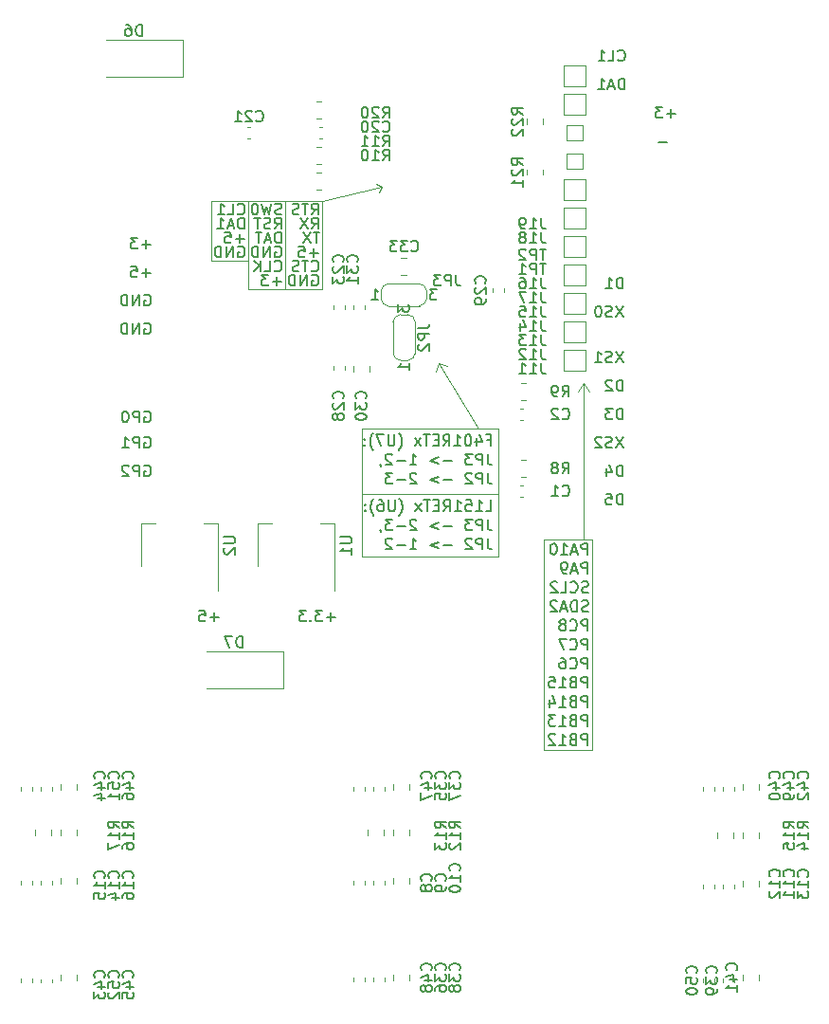
<source format=gbr>
%TF.GenerationSoftware,KiCad,Pcbnew,(5.1.10)-1*%
%TF.CreationDate,2022-02-25T11:21:27+01:00*%
%TF.ProjectId,GestureControl,47657374-7572-4654-936f-6e74726f6c2e,V0.1*%
%TF.SameCoordinates,Original*%
%TF.FileFunction,Legend,Bot*%
%TF.FilePolarity,Positive*%
%FSLAX46Y46*%
G04 Gerber Fmt 4.6, Leading zero omitted, Abs format (unit mm)*
G04 Created by KiCad (PCBNEW (5.1.10)-1) date 2022-02-25 11:21:27*
%MOMM*%
%LPD*%
G01*
G04 APERTURE LIST*
%ADD10C,0.120000*%
%ADD11C,0.150000*%
%ADD12C,0.200000*%
G04 APERTURE END LIST*
D10*
X135128000Y-65532000D02*
X135128000Y-66802000D01*
D11*
X138094404Y-66111428D02*
X137332500Y-66111428D01*
X137713452Y-66492380D02*
X137713452Y-65730476D01*
X136951547Y-65492380D02*
X136332500Y-65492380D01*
X136665833Y-65873333D01*
X136522976Y-65873333D01*
X136427738Y-65920952D01*
X136380119Y-65968571D01*
X136332500Y-66063809D01*
X136332500Y-66301904D01*
X136380119Y-66397142D01*
X136427738Y-66444761D01*
X136522976Y-66492380D01*
X136808690Y-66492380D01*
X136903928Y-66444761D01*
X136951547Y-66397142D01*
X132506404Y-96083428D02*
X131744500Y-96083428D01*
X132125452Y-96464380D02*
X132125452Y-95702476D01*
X130792119Y-95464380D02*
X131268309Y-95464380D01*
X131315928Y-95940571D01*
X131268309Y-95892952D01*
X131173071Y-95845333D01*
X130934976Y-95845333D01*
X130839738Y-95892952D01*
X130792119Y-95940571D01*
X130744500Y-96035809D01*
X130744500Y-96273904D01*
X130792119Y-96369142D01*
X130839738Y-96416761D01*
X130934976Y-96464380D01*
X131173071Y-96464380D01*
X131268309Y-96416761D01*
X131315928Y-96369142D01*
X142920404Y-96083428D02*
X142158500Y-96083428D01*
X142539452Y-96464380D02*
X142539452Y-95702476D01*
X141777547Y-95464380D02*
X141158500Y-95464380D01*
X141491833Y-95845333D01*
X141348976Y-95845333D01*
X141253738Y-95892952D01*
X141206119Y-95940571D01*
X141158500Y-96035809D01*
X141158500Y-96273904D01*
X141206119Y-96369142D01*
X141253738Y-96416761D01*
X141348976Y-96464380D01*
X141634690Y-96464380D01*
X141729928Y-96416761D01*
X141777547Y-96369142D01*
X140729928Y-96369142D02*
X140682309Y-96416761D01*
X140729928Y-96464380D01*
X140777547Y-96416761D01*
X140729928Y-96369142D01*
X140729928Y-96464380D01*
X140348976Y-95464380D02*
X139729928Y-95464380D01*
X140063261Y-95845333D01*
X139920404Y-95845333D01*
X139825166Y-95892952D01*
X139777547Y-95940571D01*
X139729928Y-96035809D01*
X139729928Y-96273904D01*
X139777547Y-96369142D01*
X139825166Y-96416761D01*
X139920404Y-96464380D01*
X140206119Y-96464380D01*
X140301357Y-96416761D01*
X140348976Y-96369142D01*
X125886595Y-82558000D02*
X125981833Y-82510380D01*
X126124690Y-82510380D01*
X126267547Y-82558000D01*
X126362785Y-82653238D01*
X126410404Y-82748476D01*
X126458023Y-82938952D01*
X126458023Y-83081809D01*
X126410404Y-83272285D01*
X126362785Y-83367523D01*
X126267547Y-83462761D01*
X126124690Y-83510380D01*
X126029452Y-83510380D01*
X125886595Y-83462761D01*
X125838976Y-83415142D01*
X125838976Y-83081809D01*
X126029452Y-83081809D01*
X125410404Y-83510380D02*
X125410404Y-82510380D01*
X125029452Y-82510380D01*
X124934214Y-82558000D01*
X124886595Y-82605619D01*
X124838976Y-82700857D01*
X124838976Y-82843714D01*
X124886595Y-82938952D01*
X124934214Y-82986571D01*
X125029452Y-83034190D01*
X125410404Y-83034190D01*
X124458023Y-82605619D02*
X124410404Y-82558000D01*
X124315166Y-82510380D01*
X124077071Y-82510380D01*
X123981833Y-82558000D01*
X123934214Y-82605619D01*
X123886595Y-82700857D01*
X123886595Y-82796095D01*
X123934214Y-82938952D01*
X124505642Y-83510380D01*
X123886595Y-83510380D01*
X125886595Y-80018000D02*
X125981833Y-79970380D01*
X126124690Y-79970380D01*
X126267547Y-80018000D01*
X126362785Y-80113238D01*
X126410404Y-80208476D01*
X126458023Y-80398952D01*
X126458023Y-80541809D01*
X126410404Y-80732285D01*
X126362785Y-80827523D01*
X126267547Y-80922761D01*
X126124690Y-80970380D01*
X126029452Y-80970380D01*
X125886595Y-80922761D01*
X125838976Y-80875142D01*
X125838976Y-80541809D01*
X126029452Y-80541809D01*
X125410404Y-80970380D02*
X125410404Y-79970380D01*
X125029452Y-79970380D01*
X124934214Y-80018000D01*
X124886595Y-80065619D01*
X124838976Y-80160857D01*
X124838976Y-80303714D01*
X124886595Y-80398952D01*
X124934214Y-80446571D01*
X125029452Y-80494190D01*
X125410404Y-80494190D01*
X123886595Y-80970380D02*
X124458023Y-80970380D01*
X124172309Y-80970380D02*
X124172309Y-79970380D01*
X124267547Y-80113238D01*
X124362785Y-80208476D01*
X124458023Y-80256095D01*
X125886595Y-77732000D02*
X125981833Y-77684380D01*
X126124690Y-77684380D01*
X126267547Y-77732000D01*
X126362785Y-77827238D01*
X126410404Y-77922476D01*
X126458023Y-78112952D01*
X126458023Y-78255809D01*
X126410404Y-78446285D01*
X126362785Y-78541523D01*
X126267547Y-78636761D01*
X126124690Y-78684380D01*
X126029452Y-78684380D01*
X125886595Y-78636761D01*
X125838976Y-78589142D01*
X125838976Y-78255809D01*
X126029452Y-78255809D01*
X125410404Y-78684380D02*
X125410404Y-77684380D01*
X125029452Y-77684380D01*
X124934214Y-77732000D01*
X124886595Y-77779619D01*
X124838976Y-77874857D01*
X124838976Y-78017714D01*
X124886595Y-78112952D01*
X124934214Y-78160571D01*
X125029452Y-78208190D01*
X125410404Y-78208190D01*
X124219928Y-77684380D02*
X124124690Y-77684380D01*
X124029452Y-77732000D01*
X123981833Y-77779619D01*
X123934214Y-77874857D01*
X123886595Y-78065333D01*
X123886595Y-78303428D01*
X123934214Y-78493904D01*
X123981833Y-78589142D01*
X124029452Y-78636761D01*
X124124690Y-78684380D01*
X124219928Y-78684380D01*
X124315166Y-78636761D01*
X124362785Y-78589142D01*
X124410404Y-78493904D01*
X124458023Y-78303428D01*
X124458023Y-78065333D01*
X124410404Y-77874857D01*
X124362785Y-77779619D01*
X124315166Y-77732000D01*
X124219928Y-77684380D01*
X125886595Y-69858000D02*
X125981833Y-69810380D01*
X126124690Y-69810380D01*
X126267547Y-69858000D01*
X126362785Y-69953238D01*
X126410404Y-70048476D01*
X126458023Y-70238952D01*
X126458023Y-70381809D01*
X126410404Y-70572285D01*
X126362785Y-70667523D01*
X126267547Y-70762761D01*
X126124690Y-70810380D01*
X126029452Y-70810380D01*
X125886595Y-70762761D01*
X125838976Y-70715142D01*
X125838976Y-70381809D01*
X126029452Y-70381809D01*
X125410404Y-70810380D02*
X125410404Y-69810380D01*
X124838976Y-70810380D01*
X124838976Y-69810380D01*
X124362785Y-70810380D02*
X124362785Y-69810380D01*
X124124690Y-69810380D01*
X123981833Y-69858000D01*
X123886595Y-69953238D01*
X123838976Y-70048476D01*
X123791357Y-70238952D01*
X123791357Y-70381809D01*
X123838976Y-70572285D01*
X123886595Y-70667523D01*
X123981833Y-70762761D01*
X124124690Y-70810380D01*
X124362785Y-70810380D01*
X125886595Y-67318000D02*
X125981833Y-67270380D01*
X126124690Y-67270380D01*
X126267547Y-67318000D01*
X126362785Y-67413238D01*
X126410404Y-67508476D01*
X126458023Y-67698952D01*
X126458023Y-67841809D01*
X126410404Y-68032285D01*
X126362785Y-68127523D01*
X126267547Y-68222761D01*
X126124690Y-68270380D01*
X126029452Y-68270380D01*
X125886595Y-68222761D01*
X125838976Y-68175142D01*
X125838976Y-67841809D01*
X126029452Y-67841809D01*
X125410404Y-68270380D02*
X125410404Y-67270380D01*
X124838976Y-68270380D01*
X124838976Y-67270380D01*
X124362785Y-68270380D02*
X124362785Y-67270380D01*
X124124690Y-67270380D01*
X123981833Y-67318000D01*
X123886595Y-67413238D01*
X123838976Y-67508476D01*
X123791357Y-67698952D01*
X123791357Y-67841809D01*
X123838976Y-68032285D01*
X123886595Y-68127523D01*
X123981833Y-68222761D01*
X124124690Y-68270380D01*
X124362785Y-68270380D01*
X126410404Y-65349428D02*
X125648500Y-65349428D01*
X126029452Y-65730380D02*
X126029452Y-64968476D01*
X124696119Y-64730380D02*
X125172309Y-64730380D01*
X125219928Y-65206571D01*
X125172309Y-65158952D01*
X125077071Y-65111333D01*
X124838976Y-65111333D01*
X124743738Y-65158952D01*
X124696119Y-65206571D01*
X124648500Y-65301809D01*
X124648500Y-65539904D01*
X124696119Y-65635142D01*
X124743738Y-65682761D01*
X124838976Y-65730380D01*
X125077071Y-65730380D01*
X125172309Y-65682761D01*
X125219928Y-65635142D01*
X126410404Y-62809428D02*
X125648500Y-62809428D01*
X126029452Y-63190380D02*
X126029452Y-62428476D01*
X125267547Y-62190380D02*
X124648500Y-62190380D01*
X124981833Y-62571333D01*
X124838976Y-62571333D01*
X124743738Y-62618952D01*
X124696119Y-62666571D01*
X124648500Y-62761809D01*
X124648500Y-62999904D01*
X124696119Y-63095142D01*
X124743738Y-63142761D01*
X124838976Y-63190380D01*
X125124690Y-63190380D01*
X125219928Y-63142761D01*
X125267547Y-63095142D01*
D10*
X147066000Y-57658000D02*
X146812000Y-58166000D01*
X147066000Y-57658000D02*
X146558000Y-57404000D01*
X141732000Y-58928000D02*
X147066000Y-57658000D01*
X131826000Y-64262000D02*
X135128000Y-64262000D01*
X131826000Y-58928000D02*
X131826000Y-64262000D01*
X135128000Y-58928000D02*
X131826000Y-58928000D01*
X135128000Y-66802000D02*
X138430000Y-66802000D01*
X135128000Y-58928000D02*
X135128000Y-65532000D01*
X138430000Y-58928000D02*
X135128000Y-58928000D01*
X138430000Y-58928000D02*
X141732000Y-58928000D01*
X138430000Y-66802000D02*
X138430000Y-58928000D01*
X141732000Y-66802000D02*
X138430000Y-66802000D01*
X141732000Y-58928000D02*
X141732000Y-66802000D01*
D11*
X134220976Y-60047142D02*
X134268595Y-60094761D01*
X134411452Y-60142380D01*
X134506690Y-60142380D01*
X134649547Y-60094761D01*
X134744785Y-59999523D01*
X134792404Y-59904285D01*
X134840023Y-59713809D01*
X134840023Y-59570952D01*
X134792404Y-59380476D01*
X134744785Y-59285238D01*
X134649547Y-59190000D01*
X134506690Y-59142380D01*
X134411452Y-59142380D01*
X134268595Y-59190000D01*
X134220976Y-59237619D01*
X133316214Y-60142380D02*
X133792404Y-60142380D01*
X133792404Y-59142380D01*
X132459071Y-60142380D02*
X133030500Y-60142380D01*
X132744785Y-60142380D02*
X132744785Y-59142380D01*
X132840023Y-59285238D01*
X132935261Y-59380476D01*
X133030500Y-59428095D01*
X134792404Y-61412380D02*
X134792404Y-60412380D01*
X134554309Y-60412380D01*
X134411452Y-60460000D01*
X134316214Y-60555238D01*
X134268595Y-60650476D01*
X134220976Y-60840952D01*
X134220976Y-60983809D01*
X134268595Y-61174285D01*
X134316214Y-61269523D01*
X134411452Y-61364761D01*
X134554309Y-61412380D01*
X134792404Y-61412380D01*
X133840023Y-61126666D02*
X133363833Y-61126666D01*
X133935261Y-61412380D02*
X133601928Y-60412380D01*
X133268595Y-61412380D01*
X132411452Y-61412380D02*
X132982880Y-61412380D01*
X132697166Y-61412380D02*
X132697166Y-60412380D01*
X132792404Y-60555238D01*
X132887642Y-60650476D01*
X132982880Y-60698095D01*
X134792404Y-62301428D02*
X134030500Y-62301428D01*
X134411452Y-62682380D02*
X134411452Y-61920476D01*
X133078119Y-61682380D02*
X133554309Y-61682380D01*
X133601928Y-62158571D01*
X133554309Y-62110952D01*
X133459071Y-62063333D01*
X133220976Y-62063333D01*
X133125738Y-62110952D01*
X133078119Y-62158571D01*
X133030500Y-62253809D01*
X133030500Y-62491904D01*
X133078119Y-62587142D01*
X133125738Y-62634761D01*
X133220976Y-62682380D01*
X133459071Y-62682380D01*
X133554309Y-62634761D01*
X133601928Y-62587142D01*
X134268595Y-63000000D02*
X134363833Y-62952380D01*
X134506690Y-62952380D01*
X134649547Y-63000000D01*
X134744785Y-63095238D01*
X134792404Y-63190476D01*
X134840023Y-63380952D01*
X134840023Y-63523809D01*
X134792404Y-63714285D01*
X134744785Y-63809523D01*
X134649547Y-63904761D01*
X134506690Y-63952380D01*
X134411452Y-63952380D01*
X134268595Y-63904761D01*
X134220976Y-63857142D01*
X134220976Y-63523809D01*
X134411452Y-63523809D01*
X133792404Y-63952380D02*
X133792404Y-62952380D01*
X133220976Y-63952380D01*
X133220976Y-62952380D01*
X132744785Y-63952380D02*
X132744785Y-62952380D01*
X132506690Y-62952380D01*
X132363833Y-63000000D01*
X132268595Y-63095238D01*
X132220976Y-63190476D01*
X132173357Y-63380952D01*
X132173357Y-63523809D01*
X132220976Y-63714285D01*
X132268595Y-63809523D01*
X132363833Y-63904761D01*
X132506690Y-63952380D01*
X132744785Y-63952380D01*
X138142023Y-60094761D02*
X137999166Y-60142380D01*
X137761071Y-60142380D01*
X137665833Y-60094761D01*
X137618214Y-60047142D01*
X137570595Y-59951904D01*
X137570595Y-59856666D01*
X137618214Y-59761428D01*
X137665833Y-59713809D01*
X137761071Y-59666190D01*
X137951547Y-59618571D01*
X138046785Y-59570952D01*
X138094404Y-59523333D01*
X138142023Y-59428095D01*
X138142023Y-59332857D01*
X138094404Y-59237619D01*
X138046785Y-59190000D01*
X137951547Y-59142380D01*
X137713452Y-59142380D01*
X137570595Y-59190000D01*
X137237261Y-59142380D02*
X136999166Y-60142380D01*
X136808690Y-59428095D01*
X136618214Y-60142380D01*
X136380119Y-59142380D01*
X135808690Y-59142380D02*
X135713452Y-59142380D01*
X135618214Y-59190000D01*
X135570595Y-59237619D01*
X135522976Y-59332857D01*
X135475357Y-59523333D01*
X135475357Y-59761428D01*
X135522976Y-59951904D01*
X135570595Y-60047142D01*
X135618214Y-60094761D01*
X135713452Y-60142380D01*
X135808690Y-60142380D01*
X135903928Y-60094761D01*
X135951547Y-60047142D01*
X135999166Y-59951904D01*
X136046785Y-59761428D01*
X136046785Y-59523333D01*
X135999166Y-59332857D01*
X135951547Y-59237619D01*
X135903928Y-59190000D01*
X135808690Y-59142380D01*
X137522976Y-61412380D02*
X137856309Y-60936190D01*
X138094404Y-61412380D02*
X138094404Y-60412380D01*
X137713452Y-60412380D01*
X137618214Y-60460000D01*
X137570595Y-60507619D01*
X137522976Y-60602857D01*
X137522976Y-60745714D01*
X137570595Y-60840952D01*
X137618214Y-60888571D01*
X137713452Y-60936190D01*
X138094404Y-60936190D01*
X137142023Y-61364761D02*
X136999166Y-61412380D01*
X136761071Y-61412380D01*
X136665833Y-61364761D01*
X136618214Y-61317142D01*
X136570595Y-61221904D01*
X136570595Y-61126666D01*
X136618214Y-61031428D01*
X136665833Y-60983809D01*
X136761071Y-60936190D01*
X136951547Y-60888571D01*
X137046785Y-60840952D01*
X137094404Y-60793333D01*
X137142023Y-60698095D01*
X137142023Y-60602857D01*
X137094404Y-60507619D01*
X137046785Y-60460000D01*
X136951547Y-60412380D01*
X136713452Y-60412380D01*
X136570595Y-60460000D01*
X136284880Y-60412380D02*
X135713452Y-60412380D01*
X135999166Y-61412380D02*
X135999166Y-60412380D01*
X138094404Y-62682380D02*
X138094404Y-61682380D01*
X137856309Y-61682380D01*
X137713452Y-61730000D01*
X137618214Y-61825238D01*
X137570595Y-61920476D01*
X137522976Y-62110952D01*
X137522976Y-62253809D01*
X137570595Y-62444285D01*
X137618214Y-62539523D01*
X137713452Y-62634761D01*
X137856309Y-62682380D01*
X138094404Y-62682380D01*
X137142023Y-62396666D02*
X136665833Y-62396666D01*
X137237261Y-62682380D02*
X136903928Y-61682380D01*
X136570595Y-62682380D01*
X136380119Y-61682380D02*
X135808690Y-61682380D01*
X136094404Y-62682380D02*
X136094404Y-61682380D01*
X137570595Y-63000000D02*
X137665833Y-62952380D01*
X137808690Y-62952380D01*
X137951547Y-63000000D01*
X138046785Y-63095238D01*
X138094404Y-63190476D01*
X138142023Y-63380952D01*
X138142023Y-63523809D01*
X138094404Y-63714285D01*
X138046785Y-63809523D01*
X137951547Y-63904761D01*
X137808690Y-63952380D01*
X137713452Y-63952380D01*
X137570595Y-63904761D01*
X137522976Y-63857142D01*
X137522976Y-63523809D01*
X137713452Y-63523809D01*
X137094404Y-63952380D02*
X137094404Y-62952380D01*
X136522976Y-63952380D01*
X136522976Y-62952380D01*
X136046785Y-63952380D02*
X136046785Y-62952380D01*
X135808690Y-62952380D01*
X135665833Y-63000000D01*
X135570595Y-63095238D01*
X135522976Y-63190476D01*
X135475357Y-63380952D01*
X135475357Y-63523809D01*
X135522976Y-63714285D01*
X135570595Y-63809523D01*
X135665833Y-63904761D01*
X135808690Y-63952380D01*
X136046785Y-63952380D01*
X137522976Y-65127142D02*
X137570595Y-65174761D01*
X137713452Y-65222380D01*
X137808690Y-65222380D01*
X137951547Y-65174761D01*
X138046785Y-65079523D01*
X138094404Y-64984285D01*
X138142023Y-64793809D01*
X138142023Y-64650952D01*
X138094404Y-64460476D01*
X138046785Y-64365238D01*
X137951547Y-64270000D01*
X137808690Y-64222380D01*
X137713452Y-64222380D01*
X137570595Y-64270000D01*
X137522976Y-64317619D01*
X136618214Y-65222380D02*
X137094404Y-65222380D01*
X137094404Y-64222380D01*
X136284880Y-65222380D02*
X136284880Y-64222380D01*
X135713452Y-65222380D02*
X136142023Y-64650952D01*
X135713452Y-64222380D02*
X136284880Y-64793809D01*
X140872595Y-65540000D02*
X140967833Y-65492380D01*
X141110690Y-65492380D01*
X141253547Y-65540000D01*
X141348785Y-65635238D01*
X141396404Y-65730476D01*
X141444023Y-65920952D01*
X141444023Y-66063809D01*
X141396404Y-66254285D01*
X141348785Y-66349523D01*
X141253547Y-66444761D01*
X141110690Y-66492380D01*
X141015452Y-66492380D01*
X140872595Y-66444761D01*
X140824976Y-66397142D01*
X140824976Y-66063809D01*
X141015452Y-66063809D01*
X140396404Y-66492380D02*
X140396404Y-65492380D01*
X139824976Y-66492380D01*
X139824976Y-65492380D01*
X139348785Y-66492380D02*
X139348785Y-65492380D01*
X139110690Y-65492380D01*
X138967833Y-65540000D01*
X138872595Y-65635238D01*
X138824976Y-65730476D01*
X138777357Y-65920952D01*
X138777357Y-66063809D01*
X138824976Y-66254285D01*
X138872595Y-66349523D01*
X138967833Y-66444761D01*
X139110690Y-66492380D01*
X139348785Y-66492380D01*
X140824976Y-65127142D02*
X140872595Y-65174761D01*
X141015452Y-65222380D01*
X141110690Y-65222380D01*
X141253547Y-65174761D01*
X141348785Y-65079523D01*
X141396404Y-64984285D01*
X141444023Y-64793809D01*
X141444023Y-64650952D01*
X141396404Y-64460476D01*
X141348785Y-64365238D01*
X141253547Y-64270000D01*
X141110690Y-64222380D01*
X141015452Y-64222380D01*
X140872595Y-64270000D01*
X140824976Y-64317619D01*
X140539261Y-64222380D02*
X139967833Y-64222380D01*
X140253547Y-65222380D02*
X140253547Y-64222380D01*
X139682119Y-65174761D02*
X139539261Y-65222380D01*
X139301166Y-65222380D01*
X139205928Y-65174761D01*
X139158309Y-65127142D01*
X139110690Y-65031904D01*
X139110690Y-64936666D01*
X139158309Y-64841428D01*
X139205928Y-64793809D01*
X139301166Y-64746190D01*
X139491642Y-64698571D01*
X139586880Y-64650952D01*
X139634500Y-64603333D01*
X139682119Y-64508095D01*
X139682119Y-64412857D01*
X139634500Y-64317619D01*
X139586880Y-64270000D01*
X139491642Y-64222380D01*
X139253547Y-64222380D01*
X139110690Y-64270000D01*
X141396404Y-63571428D02*
X140634500Y-63571428D01*
X141015452Y-63952380D02*
X141015452Y-63190476D01*
X139682119Y-62952380D02*
X140158309Y-62952380D01*
X140205928Y-63428571D01*
X140158309Y-63380952D01*
X140063071Y-63333333D01*
X139824976Y-63333333D01*
X139729738Y-63380952D01*
X139682119Y-63428571D01*
X139634500Y-63523809D01*
X139634500Y-63761904D01*
X139682119Y-63857142D01*
X139729738Y-63904761D01*
X139824976Y-63952380D01*
X140063071Y-63952380D01*
X140158309Y-63904761D01*
X140205928Y-63857142D01*
X141539261Y-61682380D02*
X140967833Y-61682380D01*
X141253547Y-62682380D02*
X141253547Y-61682380D01*
X140729738Y-61682380D02*
X140063071Y-62682380D01*
X140063071Y-61682380D02*
X140729738Y-62682380D01*
X140824976Y-61412380D02*
X141158309Y-60936190D01*
X141396404Y-61412380D02*
X141396404Y-60412380D01*
X141015452Y-60412380D01*
X140920214Y-60460000D01*
X140872595Y-60507619D01*
X140824976Y-60602857D01*
X140824976Y-60745714D01*
X140872595Y-60840952D01*
X140920214Y-60888571D01*
X141015452Y-60936190D01*
X141396404Y-60936190D01*
X140491642Y-60412380D02*
X139824976Y-61412380D01*
X139824976Y-60412380D02*
X140491642Y-61412380D01*
X140824976Y-60142380D02*
X141158309Y-59666190D01*
X141396404Y-60142380D02*
X141396404Y-59142380D01*
X141015452Y-59142380D01*
X140920214Y-59190000D01*
X140872595Y-59237619D01*
X140824976Y-59332857D01*
X140824976Y-59475714D01*
X140872595Y-59570952D01*
X140920214Y-59618571D01*
X141015452Y-59666190D01*
X141396404Y-59666190D01*
X140539261Y-59142380D02*
X139967833Y-59142380D01*
X140253547Y-60142380D02*
X140253547Y-59142380D01*
X139682119Y-60094761D02*
X139539261Y-60142380D01*
X139301166Y-60142380D01*
X139205928Y-60094761D01*
X139158309Y-60047142D01*
X139110690Y-59951904D01*
X139110690Y-59856666D01*
X139158309Y-59761428D01*
X139205928Y-59713809D01*
X139301166Y-59666190D01*
X139491642Y-59618571D01*
X139586880Y-59570952D01*
X139634500Y-59523333D01*
X139682119Y-59428095D01*
X139682119Y-59332857D01*
X139634500Y-59237619D01*
X139586880Y-59190000D01*
X139491642Y-59142380D01*
X139253547Y-59142380D01*
X139110690Y-59190000D01*
X172592952Y-53665428D02*
X171831047Y-53665428D01*
X173323142Y-51125428D02*
X172561238Y-51125428D01*
X172942190Y-51506380D02*
X172942190Y-50744476D01*
X172180285Y-50506380D02*
X171561238Y-50506380D01*
X171894571Y-50887333D01*
X171751714Y-50887333D01*
X171656476Y-50934952D01*
X171608857Y-50982571D01*
X171561238Y-51077809D01*
X171561238Y-51315904D01*
X171608857Y-51411142D01*
X171656476Y-51458761D01*
X171751714Y-51506380D01*
X172037428Y-51506380D01*
X172132666Y-51458761D01*
X172180285Y-51411142D01*
X168806666Y-48966380D02*
X168806666Y-47966380D01*
X168568571Y-47966380D01*
X168425714Y-48014000D01*
X168330476Y-48109238D01*
X168282857Y-48204476D01*
X168235238Y-48394952D01*
X168235238Y-48537809D01*
X168282857Y-48728285D01*
X168330476Y-48823523D01*
X168425714Y-48918761D01*
X168568571Y-48966380D01*
X168806666Y-48966380D01*
X167854285Y-48680666D02*
X167378095Y-48680666D01*
X167949523Y-48966380D02*
X167616190Y-47966380D01*
X167282857Y-48966380D01*
X166425714Y-48966380D02*
X166997142Y-48966380D01*
X166711428Y-48966380D02*
X166711428Y-47966380D01*
X166806666Y-48109238D01*
X166901904Y-48204476D01*
X166997142Y-48252095D01*
X168211428Y-46331142D02*
X168259047Y-46378761D01*
X168401904Y-46426380D01*
X168497142Y-46426380D01*
X168640000Y-46378761D01*
X168735238Y-46283523D01*
X168782857Y-46188285D01*
X168830476Y-45997809D01*
X168830476Y-45854952D01*
X168782857Y-45664476D01*
X168735238Y-45569238D01*
X168640000Y-45474000D01*
X168497142Y-45426380D01*
X168401904Y-45426380D01*
X168259047Y-45474000D01*
X168211428Y-45521619D01*
X167306666Y-46426380D02*
X167782857Y-46426380D01*
X167782857Y-45426380D01*
X166449523Y-46426380D02*
X167020952Y-46426380D01*
X166735238Y-46426380D02*
X166735238Y-45426380D01*
X166830476Y-45569238D01*
X166925714Y-45664476D01*
X167020952Y-45712095D01*
X168632095Y-86050380D02*
X168632095Y-85050380D01*
X168394000Y-85050380D01*
X168251142Y-85098000D01*
X168155904Y-85193238D01*
X168108285Y-85288476D01*
X168060666Y-85478952D01*
X168060666Y-85621809D01*
X168108285Y-85812285D01*
X168155904Y-85907523D01*
X168251142Y-86002761D01*
X168394000Y-86050380D01*
X168632095Y-86050380D01*
X167155904Y-85050380D02*
X167632095Y-85050380D01*
X167679714Y-85526571D01*
X167632095Y-85478952D01*
X167536857Y-85431333D01*
X167298761Y-85431333D01*
X167203523Y-85478952D01*
X167155904Y-85526571D01*
X167108285Y-85621809D01*
X167108285Y-85859904D01*
X167155904Y-85955142D01*
X167203523Y-86002761D01*
X167298761Y-86050380D01*
X167536857Y-86050380D01*
X167632095Y-86002761D01*
X167679714Y-85955142D01*
X168632095Y-83510380D02*
X168632095Y-82510380D01*
X168394000Y-82510380D01*
X168251142Y-82558000D01*
X168155904Y-82653238D01*
X168108285Y-82748476D01*
X168060666Y-82938952D01*
X168060666Y-83081809D01*
X168108285Y-83272285D01*
X168155904Y-83367523D01*
X168251142Y-83462761D01*
X168394000Y-83510380D01*
X168632095Y-83510380D01*
X167203523Y-82843714D02*
X167203523Y-83510380D01*
X167441619Y-82462761D02*
X167679714Y-83177047D01*
X167060666Y-83177047D01*
X168632095Y-78430380D02*
X168632095Y-77430380D01*
X168394000Y-77430380D01*
X168251142Y-77478000D01*
X168155904Y-77573238D01*
X168108285Y-77668476D01*
X168060666Y-77858952D01*
X168060666Y-78001809D01*
X168108285Y-78192285D01*
X168155904Y-78287523D01*
X168251142Y-78382761D01*
X168394000Y-78430380D01*
X168632095Y-78430380D01*
X167727333Y-77430380D02*
X167108285Y-77430380D01*
X167441619Y-77811333D01*
X167298761Y-77811333D01*
X167203523Y-77858952D01*
X167155904Y-77906571D01*
X167108285Y-78001809D01*
X167108285Y-78239904D01*
X167155904Y-78335142D01*
X167203523Y-78382761D01*
X167298761Y-78430380D01*
X167584476Y-78430380D01*
X167679714Y-78382761D01*
X167727333Y-78335142D01*
X168632095Y-75890380D02*
X168632095Y-74890380D01*
X168394000Y-74890380D01*
X168251142Y-74938000D01*
X168155904Y-75033238D01*
X168108285Y-75128476D01*
X168060666Y-75318952D01*
X168060666Y-75461809D01*
X168108285Y-75652285D01*
X168155904Y-75747523D01*
X168251142Y-75842761D01*
X168394000Y-75890380D01*
X168632095Y-75890380D01*
X167679714Y-74985619D02*
X167632095Y-74938000D01*
X167536857Y-74890380D01*
X167298761Y-74890380D01*
X167203523Y-74938000D01*
X167155904Y-74985619D01*
X167108285Y-75080857D01*
X167108285Y-75176095D01*
X167155904Y-75318952D01*
X167727333Y-75890380D01*
X167108285Y-75890380D01*
X168632095Y-66746380D02*
X168632095Y-65746380D01*
X168394000Y-65746380D01*
X168251142Y-65794000D01*
X168155904Y-65889238D01*
X168108285Y-65984476D01*
X168060666Y-66174952D01*
X168060666Y-66317809D01*
X168108285Y-66508285D01*
X168155904Y-66603523D01*
X168251142Y-66698761D01*
X168394000Y-66746380D01*
X168632095Y-66746380D01*
X167108285Y-66746380D02*
X167679714Y-66746380D01*
X167394000Y-66746380D02*
X167394000Y-65746380D01*
X167489238Y-65889238D01*
X167584476Y-65984476D01*
X167679714Y-66032095D01*
X168671714Y-79970380D02*
X168005047Y-80970380D01*
X168005047Y-79970380D02*
X168671714Y-80970380D01*
X167671714Y-80922761D02*
X167528857Y-80970380D01*
X167290761Y-80970380D01*
X167195523Y-80922761D01*
X167147904Y-80875142D01*
X167100285Y-80779904D01*
X167100285Y-80684666D01*
X167147904Y-80589428D01*
X167195523Y-80541809D01*
X167290761Y-80494190D01*
X167481238Y-80446571D01*
X167576476Y-80398952D01*
X167624095Y-80351333D01*
X167671714Y-80256095D01*
X167671714Y-80160857D01*
X167624095Y-80065619D01*
X167576476Y-80018000D01*
X167481238Y-79970380D01*
X167243142Y-79970380D01*
X167100285Y-80018000D01*
X166719333Y-80065619D02*
X166671714Y-80018000D01*
X166576476Y-79970380D01*
X166338380Y-79970380D01*
X166243142Y-80018000D01*
X166195523Y-80065619D01*
X166147904Y-80160857D01*
X166147904Y-80256095D01*
X166195523Y-80398952D01*
X166766952Y-80970380D01*
X166147904Y-80970380D01*
X168671714Y-72350380D02*
X168005047Y-73350380D01*
X168005047Y-72350380D02*
X168671714Y-73350380D01*
X167671714Y-73302761D02*
X167528857Y-73350380D01*
X167290761Y-73350380D01*
X167195523Y-73302761D01*
X167147904Y-73255142D01*
X167100285Y-73159904D01*
X167100285Y-73064666D01*
X167147904Y-72969428D01*
X167195523Y-72921809D01*
X167290761Y-72874190D01*
X167481238Y-72826571D01*
X167576476Y-72778952D01*
X167624095Y-72731333D01*
X167671714Y-72636095D01*
X167671714Y-72540857D01*
X167624095Y-72445619D01*
X167576476Y-72398000D01*
X167481238Y-72350380D01*
X167243142Y-72350380D01*
X167100285Y-72398000D01*
X166147904Y-73350380D02*
X166719333Y-73350380D01*
X166433619Y-73350380D02*
X166433619Y-72350380D01*
X166528857Y-72493238D01*
X166624095Y-72588476D01*
X166719333Y-72636095D01*
X168671714Y-68286380D02*
X168005047Y-69286380D01*
X168005047Y-68286380D02*
X168671714Y-69286380D01*
X167671714Y-69238761D02*
X167528857Y-69286380D01*
X167290761Y-69286380D01*
X167195523Y-69238761D01*
X167147904Y-69191142D01*
X167100285Y-69095904D01*
X167100285Y-69000666D01*
X167147904Y-68905428D01*
X167195523Y-68857809D01*
X167290761Y-68810190D01*
X167481238Y-68762571D01*
X167576476Y-68714952D01*
X167624095Y-68667333D01*
X167671714Y-68572095D01*
X167671714Y-68476857D01*
X167624095Y-68381619D01*
X167576476Y-68334000D01*
X167481238Y-68286380D01*
X167243142Y-68286380D01*
X167100285Y-68334000D01*
X166481238Y-68286380D02*
X166386000Y-68286380D01*
X166290761Y-68334000D01*
X166243142Y-68381619D01*
X166195523Y-68476857D01*
X166147904Y-68667333D01*
X166147904Y-68905428D01*
X166195523Y-69095904D01*
X166243142Y-69191142D01*
X166290761Y-69238761D01*
X166386000Y-69286380D01*
X166481238Y-69286380D01*
X166576476Y-69238761D01*
X166624095Y-69191142D01*
X166671714Y-69095904D01*
X166719333Y-68905428D01*
X166719333Y-68667333D01*
X166671714Y-68476857D01*
X166624095Y-68381619D01*
X166576476Y-68334000D01*
X166481238Y-68286380D01*
D10*
X165608000Y-75946000D02*
X165100000Y-75184000D01*
X165100000Y-75184000D02*
X165608000Y-75946000D01*
X164592000Y-75946000D02*
X165100000Y-75184000D01*
X165100000Y-75184000D02*
X164592000Y-75946000D01*
X165100000Y-89154000D02*
X165100000Y-75184000D01*
X161544000Y-89154000D02*
X165862000Y-89154000D01*
X161544000Y-107950000D02*
X161544000Y-89154000D01*
X165862000Y-107950000D02*
X161544000Y-107950000D01*
X165862000Y-89154000D02*
X165862000Y-107950000D01*
D12*
X165493904Y-90504380D02*
X165493904Y-89504380D01*
X165112952Y-89504380D01*
X165017714Y-89552000D01*
X164970095Y-89599619D01*
X164922476Y-89694857D01*
X164922476Y-89837714D01*
X164970095Y-89932952D01*
X165017714Y-89980571D01*
X165112952Y-90028190D01*
X165493904Y-90028190D01*
X164541523Y-90218666D02*
X164065333Y-90218666D01*
X164636761Y-90504380D02*
X164303428Y-89504380D01*
X163970095Y-90504380D01*
X163112952Y-90504380D02*
X163684380Y-90504380D01*
X163398666Y-90504380D02*
X163398666Y-89504380D01*
X163493904Y-89647238D01*
X163589142Y-89742476D01*
X163684380Y-89790095D01*
X162493904Y-89504380D02*
X162398666Y-89504380D01*
X162303428Y-89552000D01*
X162255809Y-89599619D01*
X162208190Y-89694857D01*
X162160571Y-89885333D01*
X162160571Y-90123428D01*
X162208190Y-90313904D01*
X162255809Y-90409142D01*
X162303428Y-90456761D01*
X162398666Y-90504380D01*
X162493904Y-90504380D01*
X162589142Y-90456761D01*
X162636761Y-90409142D01*
X162684380Y-90313904D01*
X162732000Y-90123428D01*
X162732000Y-89885333D01*
X162684380Y-89694857D01*
X162636761Y-89599619D01*
X162589142Y-89552000D01*
X162493904Y-89504380D01*
X165493904Y-92204380D02*
X165493904Y-91204380D01*
X165112952Y-91204380D01*
X165017714Y-91252000D01*
X164970095Y-91299619D01*
X164922476Y-91394857D01*
X164922476Y-91537714D01*
X164970095Y-91632952D01*
X165017714Y-91680571D01*
X165112952Y-91728190D01*
X165493904Y-91728190D01*
X164541523Y-91918666D02*
X164065333Y-91918666D01*
X164636761Y-92204380D02*
X164303428Y-91204380D01*
X163970095Y-92204380D01*
X163589142Y-92204380D02*
X163398666Y-92204380D01*
X163303428Y-92156761D01*
X163255809Y-92109142D01*
X163160571Y-91966285D01*
X163112952Y-91775809D01*
X163112952Y-91394857D01*
X163160571Y-91299619D01*
X163208190Y-91252000D01*
X163303428Y-91204380D01*
X163493904Y-91204380D01*
X163589142Y-91252000D01*
X163636761Y-91299619D01*
X163684380Y-91394857D01*
X163684380Y-91632952D01*
X163636761Y-91728190D01*
X163589142Y-91775809D01*
X163493904Y-91823428D01*
X163303428Y-91823428D01*
X163208190Y-91775809D01*
X163160571Y-91728190D01*
X163112952Y-91632952D01*
X165541523Y-93856761D02*
X165398666Y-93904380D01*
X165160571Y-93904380D01*
X165065333Y-93856761D01*
X165017714Y-93809142D01*
X164970095Y-93713904D01*
X164970095Y-93618666D01*
X165017714Y-93523428D01*
X165065333Y-93475809D01*
X165160571Y-93428190D01*
X165351047Y-93380571D01*
X165446285Y-93332952D01*
X165493904Y-93285333D01*
X165541523Y-93190095D01*
X165541523Y-93094857D01*
X165493904Y-92999619D01*
X165446285Y-92952000D01*
X165351047Y-92904380D01*
X165112952Y-92904380D01*
X164970095Y-92952000D01*
X163970095Y-93809142D02*
X164017714Y-93856761D01*
X164160571Y-93904380D01*
X164255809Y-93904380D01*
X164398666Y-93856761D01*
X164493904Y-93761523D01*
X164541523Y-93666285D01*
X164589142Y-93475809D01*
X164589142Y-93332952D01*
X164541523Y-93142476D01*
X164493904Y-93047238D01*
X164398666Y-92952000D01*
X164255809Y-92904380D01*
X164160571Y-92904380D01*
X164017714Y-92952000D01*
X163970095Y-92999619D01*
X163065333Y-93904380D02*
X163541523Y-93904380D01*
X163541523Y-92904380D01*
X162779619Y-92999619D02*
X162732000Y-92952000D01*
X162636761Y-92904380D01*
X162398666Y-92904380D01*
X162303428Y-92952000D01*
X162255809Y-92999619D01*
X162208190Y-93094857D01*
X162208190Y-93190095D01*
X162255809Y-93332952D01*
X162827238Y-93904380D01*
X162208190Y-93904380D01*
X165541523Y-95556761D02*
X165398666Y-95604380D01*
X165160571Y-95604380D01*
X165065333Y-95556761D01*
X165017714Y-95509142D01*
X164970095Y-95413904D01*
X164970095Y-95318666D01*
X165017714Y-95223428D01*
X165065333Y-95175809D01*
X165160571Y-95128190D01*
X165351047Y-95080571D01*
X165446285Y-95032952D01*
X165493904Y-94985333D01*
X165541523Y-94890095D01*
X165541523Y-94794857D01*
X165493904Y-94699619D01*
X165446285Y-94652000D01*
X165351047Y-94604380D01*
X165112952Y-94604380D01*
X164970095Y-94652000D01*
X164541523Y-95604380D02*
X164541523Y-94604380D01*
X164303428Y-94604380D01*
X164160571Y-94652000D01*
X164065333Y-94747238D01*
X164017714Y-94842476D01*
X163970095Y-95032952D01*
X163970095Y-95175809D01*
X164017714Y-95366285D01*
X164065333Y-95461523D01*
X164160571Y-95556761D01*
X164303428Y-95604380D01*
X164541523Y-95604380D01*
X163589142Y-95318666D02*
X163112952Y-95318666D01*
X163684380Y-95604380D02*
X163351047Y-94604380D01*
X163017714Y-95604380D01*
X162732000Y-94699619D02*
X162684380Y-94652000D01*
X162589142Y-94604380D01*
X162351047Y-94604380D01*
X162255809Y-94652000D01*
X162208190Y-94699619D01*
X162160571Y-94794857D01*
X162160571Y-94890095D01*
X162208190Y-95032952D01*
X162779619Y-95604380D01*
X162160571Y-95604380D01*
X165493904Y-97304380D02*
X165493904Y-96304380D01*
X165112952Y-96304380D01*
X165017714Y-96352000D01*
X164970095Y-96399619D01*
X164922476Y-96494857D01*
X164922476Y-96637714D01*
X164970095Y-96732952D01*
X165017714Y-96780571D01*
X165112952Y-96828190D01*
X165493904Y-96828190D01*
X163922476Y-97209142D02*
X163970095Y-97256761D01*
X164112952Y-97304380D01*
X164208190Y-97304380D01*
X164351047Y-97256761D01*
X164446285Y-97161523D01*
X164493904Y-97066285D01*
X164541523Y-96875809D01*
X164541523Y-96732952D01*
X164493904Y-96542476D01*
X164446285Y-96447238D01*
X164351047Y-96352000D01*
X164208190Y-96304380D01*
X164112952Y-96304380D01*
X163970095Y-96352000D01*
X163922476Y-96399619D01*
X163351047Y-96732952D02*
X163446285Y-96685333D01*
X163493904Y-96637714D01*
X163541523Y-96542476D01*
X163541523Y-96494857D01*
X163493904Y-96399619D01*
X163446285Y-96352000D01*
X163351047Y-96304380D01*
X163160571Y-96304380D01*
X163065333Y-96352000D01*
X163017714Y-96399619D01*
X162970095Y-96494857D01*
X162970095Y-96542476D01*
X163017714Y-96637714D01*
X163065333Y-96685333D01*
X163160571Y-96732952D01*
X163351047Y-96732952D01*
X163446285Y-96780571D01*
X163493904Y-96828190D01*
X163541523Y-96923428D01*
X163541523Y-97113904D01*
X163493904Y-97209142D01*
X163446285Y-97256761D01*
X163351047Y-97304380D01*
X163160571Y-97304380D01*
X163065333Y-97256761D01*
X163017714Y-97209142D01*
X162970095Y-97113904D01*
X162970095Y-96923428D01*
X163017714Y-96828190D01*
X163065333Y-96780571D01*
X163160571Y-96732952D01*
X165493904Y-99004380D02*
X165493904Y-98004380D01*
X165112952Y-98004380D01*
X165017714Y-98052000D01*
X164970095Y-98099619D01*
X164922476Y-98194857D01*
X164922476Y-98337714D01*
X164970095Y-98432952D01*
X165017714Y-98480571D01*
X165112952Y-98528190D01*
X165493904Y-98528190D01*
X163922476Y-98909142D02*
X163970095Y-98956761D01*
X164112952Y-99004380D01*
X164208190Y-99004380D01*
X164351047Y-98956761D01*
X164446285Y-98861523D01*
X164493904Y-98766285D01*
X164541523Y-98575809D01*
X164541523Y-98432952D01*
X164493904Y-98242476D01*
X164446285Y-98147238D01*
X164351047Y-98052000D01*
X164208190Y-98004380D01*
X164112952Y-98004380D01*
X163970095Y-98052000D01*
X163922476Y-98099619D01*
X163589142Y-98004380D02*
X162922476Y-98004380D01*
X163351047Y-99004380D01*
X165493904Y-100704380D02*
X165493904Y-99704380D01*
X165112952Y-99704380D01*
X165017714Y-99752000D01*
X164970095Y-99799619D01*
X164922476Y-99894857D01*
X164922476Y-100037714D01*
X164970095Y-100132952D01*
X165017714Y-100180571D01*
X165112952Y-100228190D01*
X165493904Y-100228190D01*
X163922476Y-100609142D02*
X163970095Y-100656761D01*
X164112952Y-100704380D01*
X164208190Y-100704380D01*
X164351047Y-100656761D01*
X164446285Y-100561523D01*
X164493904Y-100466285D01*
X164541523Y-100275809D01*
X164541523Y-100132952D01*
X164493904Y-99942476D01*
X164446285Y-99847238D01*
X164351047Y-99752000D01*
X164208190Y-99704380D01*
X164112952Y-99704380D01*
X163970095Y-99752000D01*
X163922476Y-99799619D01*
X163065333Y-99704380D02*
X163255809Y-99704380D01*
X163351047Y-99752000D01*
X163398666Y-99799619D01*
X163493904Y-99942476D01*
X163541523Y-100132952D01*
X163541523Y-100513904D01*
X163493904Y-100609142D01*
X163446285Y-100656761D01*
X163351047Y-100704380D01*
X163160571Y-100704380D01*
X163065333Y-100656761D01*
X163017714Y-100609142D01*
X162970095Y-100513904D01*
X162970095Y-100275809D01*
X163017714Y-100180571D01*
X163065333Y-100132952D01*
X163160571Y-100085333D01*
X163351047Y-100085333D01*
X163446285Y-100132952D01*
X163493904Y-100180571D01*
X163541523Y-100275809D01*
X165493904Y-102404380D02*
X165493904Y-101404380D01*
X165112952Y-101404380D01*
X165017714Y-101452000D01*
X164970095Y-101499619D01*
X164922476Y-101594857D01*
X164922476Y-101737714D01*
X164970095Y-101832952D01*
X165017714Y-101880571D01*
X165112952Y-101928190D01*
X165493904Y-101928190D01*
X164160571Y-101880571D02*
X164017714Y-101928190D01*
X163970095Y-101975809D01*
X163922476Y-102071047D01*
X163922476Y-102213904D01*
X163970095Y-102309142D01*
X164017714Y-102356761D01*
X164112952Y-102404380D01*
X164493904Y-102404380D01*
X164493904Y-101404380D01*
X164160571Y-101404380D01*
X164065333Y-101452000D01*
X164017714Y-101499619D01*
X163970095Y-101594857D01*
X163970095Y-101690095D01*
X164017714Y-101785333D01*
X164065333Y-101832952D01*
X164160571Y-101880571D01*
X164493904Y-101880571D01*
X162970095Y-102404380D02*
X163541523Y-102404380D01*
X163255809Y-102404380D02*
X163255809Y-101404380D01*
X163351047Y-101547238D01*
X163446285Y-101642476D01*
X163541523Y-101690095D01*
X162065333Y-101404380D02*
X162541523Y-101404380D01*
X162589142Y-101880571D01*
X162541523Y-101832952D01*
X162446285Y-101785333D01*
X162208190Y-101785333D01*
X162112952Y-101832952D01*
X162065333Y-101880571D01*
X162017714Y-101975809D01*
X162017714Y-102213904D01*
X162065333Y-102309142D01*
X162112952Y-102356761D01*
X162208190Y-102404380D01*
X162446285Y-102404380D01*
X162541523Y-102356761D01*
X162589142Y-102309142D01*
X165493904Y-104104380D02*
X165493904Y-103104380D01*
X165112952Y-103104380D01*
X165017714Y-103152000D01*
X164970095Y-103199619D01*
X164922476Y-103294857D01*
X164922476Y-103437714D01*
X164970095Y-103532952D01*
X165017714Y-103580571D01*
X165112952Y-103628190D01*
X165493904Y-103628190D01*
X164160571Y-103580571D02*
X164017714Y-103628190D01*
X163970095Y-103675809D01*
X163922476Y-103771047D01*
X163922476Y-103913904D01*
X163970095Y-104009142D01*
X164017714Y-104056761D01*
X164112952Y-104104380D01*
X164493904Y-104104380D01*
X164493904Y-103104380D01*
X164160571Y-103104380D01*
X164065333Y-103152000D01*
X164017714Y-103199619D01*
X163970095Y-103294857D01*
X163970095Y-103390095D01*
X164017714Y-103485333D01*
X164065333Y-103532952D01*
X164160571Y-103580571D01*
X164493904Y-103580571D01*
X162970095Y-104104380D02*
X163541523Y-104104380D01*
X163255809Y-104104380D02*
X163255809Y-103104380D01*
X163351047Y-103247238D01*
X163446285Y-103342476D01*
X163541523Y-103390095D01*
X162112952Y-103437714D02*
X162112952Y-104104380D01*
X162351047Y-103056761D02*
X162589142Y-103771047D01*
X161970095Y-103771047D01*
X165493904Y-105804380D02*
X165493904Y-104804380D01*
X165112952Y-104804380D01*
X165017714Y-104852000D01*
X164970095Y-104899619D01*
X164922476Y-104994857D01*
X164922476Y-105137714D01*
X164970095Y-105232952D01*
X165017714Y-105280571D01*
X165112952Y-105328190D01*
X165493904Y-105328190D01*
X164160571Y-105280571D02*
X164017714Y-105328190D01*
X163970095Y-105375809D01*
X163922476Y-105471047D01*
X163922476Y-105613904D01*
X163970095Y-105709142D01*
X164017714Y-105756761D01*
X164112952Y-105804380D01*
X164493904Y-105804380D01*
X164493904Y-104804380D01*
X164160571Y-104804380D01*
X164065333Y-104852000D01*
X164017714Y-104899619D01*
X163970095Y-104994857D01*
X163970095Y-105090095D01*
X164017714Y-105185333D01*
X164065333Y-105232952D01*
X164160571Y-105280571D01*
X164493904Y-105280571D01*
X162970095Y-105804380D02*
X163541523Y-105804380D01*
X163255809Y-105804380D02*
X163255809Y-104804380D01*
X163351047Y-104947238D01*
X163446285Y-105042476D01*
X163541523Y-105090095D01*
X162636761Y-104804380D02*
X162017714Y-104804380D01*
X162351047Y-105185333D01*
X162208190Y-105185333D01*
X162112952Y-105232952D01*
X162065333Y-105280571D01*
X162017714Y-105375809D01*
X162017714Y-105613904D01*
X162065333Y-105709142D01*
X162112952Y-105756761D01*
X162208190Y-105804380D01*
X162493904Y-105804380D01*
X162589142Y-105756761D01*
X162636761Y-105709142D01*
X165493904Y-107504380D02*
X165493904Y-106504380D01*
X165112952Y-106504380D01*
X165017714Y-106552000D01*
X164970095Y-106599619D01*
X164922476Y-106694857D01*
X164922476Y-106837714D01*
X164970095Y-106932952D01*
X165017714Y-106980571D01*
X165112952Y-107028190D01*
X165493904Y-107028190D01*
X164160571Y-106980571D02*
X164017714Y-107028190D01*
X163970095Y-107075809D01*
X163922476Y-107171047D01*
X163922476Y-107313904D01*
X163970095Y-107409142D01*
X164017714Y-107456761D01*
X164112952Y-107504380D01*
X164493904Y-107504380D01*
X164493904Y-106504380D01*
X164160571Y-106504380D01*
X164065333Y-106552000D01*
X164017714Y-106599619D01*
X163970095Y-106694857D01*
X163970095Y-106790095D01*
X164017714Y-106885333D01*
X164065333Y-106932952D01*
X164160571Y-106980571D01*
X164493904Y-106980571D01*
X162970095Y-107504380D02*
X163541523Y-107504380D01*
X163255809Y-107504380D02*
X163255809Y-106504380D01*
X163351047Y-106647238D01*
X163446285Y-106742476D01*
X163541523Y-106790095D01*
X162589142Y-106599619D02*
X162541523Y-106552000D01*
X162446285Y-106504380D01*
X162208190Y-106504380D01*
X162112952Y-106552000D01*
X162065333Y-106599619D01*
X162017714Y-106694857D01*
X162017714Y-106790095D01*
X162065333Y-106932952D01*
X162636761Y-107504380D01*
X162017714Y-107504380D01*
D10*
X152908000Y-73660000D02*
X152146000Y-73406000D01*
X151892000Y-74168000D02*
X152146000Y-73406000D01*
X152146000Y-73406000D02*
X151892000Y-74168000D01*
X155702000Y-79248000D02*
X152146000Y-73406000D01*
X157480000Y-85090000D02*
X145288000Y-85090000D01*
X157480000Y-79248000D02*
X157480000Y-79502000D01*
X145288000Y-79248000D02*
X157480000Y-79248000D01*
X145288000Y-79502000D02*
X145288000Y-79248000D01*
X145288000Y-90678000D02*
X145288000Y-79502000D01*
X157480000Y-90678000D02*
X145288000Y-90678000D01*
X157480000Y-79502000D02*
X157480000Y-90678000D01*
D12*
X156381714Y-86636380D02*
X156857904Y-86636380D01*
X156857904Y-85636380D01*
X155524571Y-86636380D02*
X156096000Y-86636380D01*
X155810285Y-86636380D02*
X155810285Y-85636380D01*
X155905523Y-85779238D01*
X156000761Y-85874476D01*
X156096000Y-85922095D01*
X154619809Y-85636380D02*
X155096000Y-85636380D01*
X155143619Y-86112571D01*
X155096000Y-86064952D01*
X155000761Y-86017333D01*
X154762666Y-86017333D01*
X154667428Y-86064952D01*
X154619809Y-86112571D01*
X154572190Y-86207809D01*
X154572190Y-86445904D01*
X154619809Y-86541142D01*
X154667428Y-86588761D01*
X154762666Y-86636380D01*
X155000761Y-86636380D01*
X155096000Y-86588761D01*
X155143619Y-86541142D01*
X153619809Y-86636380D02*
X154191238Y-86636380D01*
X153905523Y-86636380D02*
X153905523Y-85636380D01*
X154000761Y-85779238D01*
X154096000Y-85874476D01*
X154191238Y-85922095D01*
X152619809Y-86636380D02*
X152953142Y-86160190D01*
X153191238Y-86636380D02*
X153191238Y-85636380D01*
X152810285Y-85636380D01*
X152715047Y-85684000D01*
X152667428Y-85731619D01*
X152619809Y-85826857D01*
X152619809Y-85969714D01*
X152667428Y-86064952D01*
X152715047Y-86112571D01*
X152810285Y-86160190D01*
X153191238Y-86160190D01*
X152191238Y-86112571D02*
X151857904Y-86112571D01*
X151715047Y-86636380D02*
X152191238Y-86636380D01*
X152191238Y-85636380D01*
X151715047Y-85636380D01*
X151429333Y-85636380D02*
X150857904Y-85636380D01*
X151143619Y-86636380D02*
X151143619Y-85636380D01*
X150619809Y-86636380D02*
X150096000Y-85969714D01*
X150619809Y-85969714D02*
X150096000Y-86636380D01*
X148667428Y-87017333D02*
X148715047Y-86969714D01*
X148810285Y-86826857D01*
X148857904Y-86731619D01*
X148905523Y-86588761D01*
X148953142Y-86350666D01*
X148953142Y-86160190D01*
X148905523Y-85922095D01*
X148857904Y-85779238D01*
X148810285Y-85684000D01*
X148715047Y-85541142D01*
X148667428Y-85493523D01*
X148286476Y-85636380D02*
X148286476Y-86445904D01*
X148238857Y-86541142D01*
X148191238Y-86588761D01*
X148096000Y-86636380D01*
X147905523Y-86636380D01*
X147810285Y-86588761D01*
X147762666Y-86541142D01*
X147715047Y-86445904D01*
X147715047Y-85636380D01*
X146810285Y-85636380D02*
X147000761Y-85636380D01*
X147096000Y-85684000D01*
X147143619Y-85731619D01*
X147238857Y-85874476D01*
X147286476Y-86064952D01*
X147286476Y-86445904D01*
X147238857Y-86541142D01*
X147191238Y-86588761D01*
X147096000Y-86636380D01*
X146905523Y-86636380D01*
X146810285Y-86588761D01*
X146762666Y-86541142D01*
X146715047Y-86445904D01*
X146715047Y-86207809D01*
X146762666Y-86112571D01*
X146810285Y-86064952D01*
X146905523Y-86017333D01*
X147096000Y-86017333D01*
X147191238Y-86064952D01*
X147238857Y-86112571D01*
X147286476Y-86207809D01*
X146381714Y-87017333D02*
X146334095Y-86969714D01*
X146238857Y-86826857D01*
X146191238Y-86731619D01*
X146143619Y-86588761D01*
X146096000Y-86350666D01*
X146096000Y-86160190D01*
X146143619Y-85922095D01*
X146191238Y-85779238D01*
X146238857Y-85684000D01*
X146334095Y-85541142D01*
X146381714Y-85493523D01*
X145619809Y-86541142D02*
X145572190Y-86588761D01*
X145619809Y-86636380D01*
X145667428Y-86588761D01*
X145619809Y-86541142D01*
X145619809Y-86636380D01*
X145619809Y-86017333D02*
X145572190Y-86064952D01*
X145619809Y-86112571D01*
X145667428Y-86064952D01*
X145619809Y-86017333D01*
X145619809Y-86112571D01*
X156572190Y-87336380D02*
X156572190Y-88050666D01*
X156619809Y-88193523D01*
X156715047Y-88288761D01*
X156857904Y-88336380D01*
X156953142Y-88336380D01*
X156096000Y-88336380D02*
X156096000Y-87336380D01*
X155715047Y-87336380D01*
X155619809Y-87384000D01*
X155572190Y-87431619D01*
X155524571Y-87526857D01*
X155524571Y-87669714D01*
X155572190Y-87764952D01*
X155619809Y-87812571D01*
X155715047Y-87860190D01*
X156096000Y-87860190D01*
X155191238Y-87336380D02*
X154572190Y-87336380D01*
X154905523Y-87717333D01*
X154762666Y-87717333D01*
X154667428Y-87764952D01*
X154619809Y-87812571D01*
X154572190Y-87907809D01*
X154572190Y-88145904D01*
X154619809Y-88241142D01*
X154667428Y-88288761D01*
X154762666Y-88336380D01*
X155048380Y-88336380D01*
X155143619Y-88288761D01*
X155191238Y-88241142D01*
X153381714Y-87955428D02*
X152619809Y-87955428D01*
X152143619Y-87669714D02*
X151381714Y-87955428D01*
X152143619Y-88241142D01*
X150191238Y-87431619D02*
X150143619Y-87384000D01*
X150048380Y-87336380D01*
X149810285Y-87336380D01*
X149715047Y-87384000D01*
X149667428Y-87431619D01*
X149619809Y-87526857D01*
X149619809Y-87622095D01*
X149667428Y-87764952D01*
X150238857Y-88336380D01*
X149619809Y-88336380D01*
X149191238Y-87955428D02*
X148429333Y-87955428D01*
X148048380Y-87336380D02*
X147429333Y-87336380D01*
X147762666Y-87717333D01*
X147619809Y-87717333D01*
X147524571Y-87764952D01*
X147476952Y-87812571D01*
X147429333Y-87907809D01*
X147429333Y-88145904D01*
X147476952Y-88241142D01*
X147524571Y-88288761D01*
X147619809Y-88336380D01*
X147905523Y-88336380D01*
X148000761Y-88288761D01*
X148048380Y-88241142D01*
X146953142Y-88288761D02*
X146953142Y-88336380D01*
X147000761Y-88431619D01*
X147048380Y-88479238D01*
X156572190Y-89036380D02*
X156572190Y-89750666D01*
X156619809Y-89893523D01*
X156715047Y-89988761D01*
X156857904Y-90036380D01*
X156953142Y-90036380D01*
X156096000Y-90036380D02*
X156096000Y-89036380D01*
X155715047Y-89036380D01*
X155619809Y-89084000D01*
X155572190Y-89131619D01*
X155524571Y-89226857D01*
X155524571Y-89369714D01*
X155572190Y-89464952D01*
X155619809Y-89512571D01*
X155715047Y-89560190D01*
X156096000Y-89560190D01*
X155143619Y-89131619D02*
X155096000Y-89084000D01*
X155000761Y-89036380D01*
X154762666Y-89036380D01*
X154667428Y-89084000D01*
X154619809Y-89131619D01*
X154572190Y-89226857D01*
X154572190Y-89322095D01*
X154619809Y-89464952D01*
X155191238Y-90036380D01*
X154572190Y-90036380D01*
X153381714Y-89655428D02*
X152619809Y-89655428D01*
X152143619Y-89369714D02*
X151381714Y-89655428D01*
X152143619Y-89941142D01*
X149619809Y-90036380D02*
X150191238Y-90036380D01*
X149905523Y-90036380D02*
X149905523Y-89036380D01*
X150000761Y-89179238D01*
X150096000Y-89274476D01*
X150191238Y-89322095D01*
X149191238Y-89655428D02*
X148429333Y-89655428D01*
X148000761Y-89131619D02*
X147953142Y-89084000D01*
X147857904Y-89036380D01*
X147619809Y-89036380D01*
X147524571Y-89084000D01*
X147476952Y-89131619D01*
X147429333Y-89226857D01*
X147429333Y-89322095D01*
X147476952Y-89464952D01*
X148048380Y-90036380D01*
X147429333Y-90036380D01*
X156524571Y-80270571D02*
X156857904Y-80270571D01*
X156857904Y-80794380D02*
X156857904Y-79794380D01*
X156381714Y-79794380D01*
X155572190Y-80127714D02*
X155572190Y-80794380D01*
X155810285Y-79746761D02*
X156048380Y-80461047D01*
X155429333Y-80461047D01*
X154857904Y-79794380D02*
X154762666Y-79794380D01*
X154667428Y-79842000D01*
X154619809Y-79889619D01*
X154572190Y-79984857D01*
X154524571Y-80175333D01*
X154524571Y-80413428D01*
X154572190Y-80603904D01*
X154619809Y-80699142D01*
X154667428Y-80746761D01*
X154762666Y-80794380D01*
X154857904Y-80794380D01*
X154953142Y-80746761D01*
X155000761Y-80699142D01*
X155048380Y-80603904D01*
X155096000Y-80413428D01*
X155096000Y-80175333D01*
X155048380Y-79984857D01*
X155000761Y-79889619D01*
X154953142Y-79842000D01*
X154857904Y-79794380D01*
X153572190Y-80794380D02*
X154143619Y-80794380D01*
X153857904Y-80794380D02*
X153857904Y-79794380D01*
X153953142Y-79937238D01*
X154048380Y-80032476D01*
X154143619Y-80080095D01*
X152572190Y-80794380D02*
X152905523Y-80318190D01*
X153143619Y-80794380D02*
X153143619Y-79794380D01*
X152762666Y-79794380D01*
X152667428Y-79842000D01*
X152619809Y-79889619D01*
X152572190Y-79984857D01*
X152572190Y-80127714D01*
X152619809Y-80222952D01*
X152667428Y-80270571D01*
X152762666Y-80318190D01*
X153143619Y-80318190D01*
X152143619Y-80270571D02*
X151810285Y-80270571D01*
X151667428Y-80794380D02*
X152143619Y-80794380D01*
X152143619Y-79794380D01*
X151667428Y-79794380D01*
X151381714Y-79794380D02*
X150810285Y-79794380D01*
X151096000Y-80794380D02*
X151096000Y-79794380D01*
X150572190Y-80794380D02*
X150048380Y-80127714D01*
X150572190Y-80127714D02*
X150048380Y-80794380D01*
X148619809Y-81175333D02*
X148667428Y-81127714D01*
X148762666Y-80984857D01*
X148810285Y-80889619D01*
X148857904Y-80746761D01*
X148905523Y-80508666D01*
X148905523Y-80318190D01*
X148857904Y-80080095D01*
X148810285Y-79937238D01*
X148762666Y-79842000D01*
X148667428Y-79699142D01*
X148619809Y-79651523D01*
X148238857Y-79794380D02*
X148238857Y-80603904D01*
X148191238Y-80699142D01*
X148143619Y-80746761D01*
X148048380Y-80794380D01*
X147857904Y-80794380D01*
X147762666Y-80746761D01*
X147715047Y-80699142D01*
X147667428Y-80603904D01*
X147667428Y-79794380D01*
X147286476Y-79794380D02*
X146619809Y-79794380D01*
X147048380Y-80794380D01*
X146334095Y-81175333D02*
X146286476Y-81127714D01*
X146191238Y-80984857D01*
X146143619Y-80889619D01*
X146096000Y-80746761D01*
X146048380Y-80508666D01*
X146048380Y-80318190D01*
X146096000Y-80080095D01*
X146143619Y-79937238D01*
X146191238Y-79842000D01*
X146286476Y-79699142D01*
X146334095Y-79651523D01*
X145572190Y-80699142D02*
X145524571Y-80746761D01*
X145572190Y-80794380D01*
X145619809Y-80746761D01*
X145572190Y-80699142D01*
X145572190Y-80794380D01*
X145572190Y-80175333D02*
X145524571Y-80222952D01*
X145572190Y-80270571D01*
X145619809Y-80222952D01*
X145572190Y-80175333D01*
X145572190Y-80270571D01*
X156572190Y-81494380D02*
X156572190Y-82208666D01*
X156619809Y-82351523D01*
X156715047Y-82446761D01*
X156857904Y-82494380D01*
X156953142Y-82494380D01*
X156096000Y-82494380D02*
X156096000Y-81494380D01*
X155715047Y-81494380D01*
X155619809Y-81542000D01*
X155572190Y-81589619D01*
X155524571Y-81684857D01*
X155524571Y-81827714D01*
X155572190Y-81922952D01*
X155619809Y-81970571D01*
X155715047Y-82018190D01*
X156096000Y-82018190D01*
X155191238Y-81494380D02*
X154572190Y-81494380D01*
X154905523Y-81875333D01*
X154762666Y-81875333D01*
X154667428Y-81922952D01*
X154619809Y-81970571D01*
X154572190Y-82065809D01*
X154572190Y-82303904D01*
X154619809Y-82399142D01*
X154667428Y-82446761D01*
X154762666Y-82494380D01*
X155048380Y-82494380D01*
X155143619Y-82446761D01*
X155191238Y-82399142D01*
X153381714Y-82113428D02*
X152619809Y-82113428D01*
X152143619Y-81827714D02*
X151381714Y-82113428D01*
X152143619Y-82399142D01*
X149619809Y-82494380D02*
X150191238Y-82494380D01*
X149905523Y-82494380D02*
X149905523Y-81494380D01*
X150000761Y-81637238D01*
X150096000Y-81732476D01*
X150191238Y-81780095D01*
X149191238Y-82113428D02*
X148429333Y-82113428D01*
X148000761Y-81589619D02*
X147953142Y-81542000D01*
X147857904Y-81494380D01*
X147619809Y-81494380D01*
X147524571Y-81542000D01*
X147476952Y-81589619D01*
X147429333Y-81684857D01*
X147429333Y-81780095D01*
X147476952Y-81922952D01*
X148048380Y-82494380D01*
X147429333Y-82494380D01*
X146953142Y-82446761D02*
X146953142Y-82494380D01*
X147000761Y-82589619D01*
X147048380Y-82637238D01*
X156572190Y-83194380D02*
X156572190Y-83908666D01*
X156619809Y-84051523D01*
X156715047Y-84146761D01*
X156857904Y-84194380D01*
X156953142Y-84194380D01*
X156096000Y-84194380D02*
X156096000Y-83194380D01*
X155715047Y-83194380D01*
X155619809Y-83242000D01*
X155572190Y-83289619D01*
X155524571Y-83384857D01*
X155524571Y-83527714D01*
X155572190Y-83622952D01*
X155619809Y-83670571D01*
X155715047Y-83718190D01*
X156096000Y-83718190D01*
X155143619Y-83289619D02*
X155096000Y-83242000D01*
X155000761Y-83194380D01*
X154762666Y-83194380D01*
X154667428Y-83242000D01*
X154619809Y-83289619D01*
X154572190Y-83384857D01*
X154572190Y-83480095D01*
X154619809Y-83622952D01*
X155191238Y-84194380D01*
X154572190Y-84194380D01*
X153381714Y-83813428D02*
X152619809Y-83813428D01*
X152143619Y-83527714D02*
X151381714Y-83813428D01*
X152143619Y-84099142D01*
X150191238Y-83289619D02*
X150143619Y-83242000D01*
X150048380Y-83194380D01*
X149810285Y-83194380D01*
X149715047Y-83242000D01*
X149667428Y-83289619D01*
X149619809Y-83384857D01*
X149619809Y-83480095D01*
X149667428Y-83622952D01*
X150238857Y-84194380D01*
X149619809Y-84194380D01*
X149191238Y-83813428D02*
X148429333Y-83813428D01*
X148048380Y-83194380D02*
X147429333Y-83194380D01*
X147762666Y-83575333D01*
X147619809Y-83575333D01*
X147524571Y-83622952D01*
X147476952Y-83670571D01*
X147429333Y-83765809D01*
X147429333Y-84003904D01*
X147476952Y-84099142D01*
X147524571Y-84146761D01*
X147619809Y-84194380D01*
X147905523Y-84194380D01*
X148000761Y-84146761D01*
X148048380Y-84099142D01*
D10*
%TO.C,C52*%
X116584000Y-128404233D02*
X116584000Y-128696767D01*
X117604000Y-128404233D02*
X117604000Y-128696767D01*
%TO.C,C51*%
X116584000Y-111259233D02*
X116584000Y-111551767D01*
X117604000Y-111259233D02*
X117604000Y-111551767D01*
%TO.C,C50*%
X175766000Y-128377733D02*
X175766000Y-128670267D01*
X176786000Y-128377733D02*
X176786000Y-128670267D01*
%TO.C,C49*%
X177544000Y-111259233D02*
X177544000Y-111551767D01*
X178564000Y-111259233D02*
X178564000Y-111551767D01*
%TO.C,C48*%
X144524000Y-128277233D02*
X144524000Y-128569767D01*
X145544000Y-128277233D02*
X145544000Y-128569767D01*
%TO.C,C47*%
X144524000Y-111259233D02*
X144524000Y-111551767D01*
X145544000Y-111259233D02*
X145544000Y-111551767D01*
%TO.C,C46*%
X118391000Y-110969248D02*
X118391000Y-111491752D01*
X119861000Y-110969248D02*
X119861000Y-111491752D01*
%TO.C,C45*%
X118391000Y-128030248D02*
X118391000Y-128552752D01*
X119861000Y-128030248D02*
X119861000Y-128552752D01*
%TO.C,C44*%
X114806000Y-111259233D02*
X114806000Y-111551767D01*
X115826000Y-111259233D02*
X115826000Y-111551767D01*
%TO.C,C43*%
X114806000Y-128377733D02*
X114806000Y-128670267D01*
X115826000Y-128377733D02*
X115826000Y-128670267D01*
%TO.C,C42*%
X179351000Y-110969248D02*
X179351000Y-111491752D01*
X180821000Y-110969248D02*
X180821000Y-111491752D01*
%TO.C,C41*%
X179351000Y-127987248D02*
X179351000Y-128509752D01*
X180821000Y-127987248D02*
X180821000Y-128509752D01*
%TO.C,C40*%
X175766000Y-111259233D02*
X175766000Y-111551767D01*
X176786000Y-111259233D02*
X176786000Y-111551767D01*
%TO.C,C39*%
X177544000Y-128377733D02*
X177544000Y-128670267D01*
X178564000Y-128377733D02*
X178564000Y-128670267D01*
%TO.C,C38*%
X148109000Y-127987248D02*
X148109000Y-128509752D01*
X149579000Y-127987248D02*
X149579000Y-128509752D01*
%TO.C,C37*%
X148109000Y-110969248D02*
X148109000Y-111491752D01*
X149579000Y-110969248D02*
X149579000Y-111491752D01*
%TO.C,C36*%
X146302000Y-128277233D02*
X146302000Y-128569767D01*
X147322000Y-128277233D02*
X147322000Y-128569767D01*
%TO.C,C35*%
X146302000Y-111259233D02*
X146302000Y-111551767D01*
X147322000Y-111259233D02*
X147322000Y-111551767D01*
%TO.C,C10*%
X148109000Y-119351248D02*
X148109000Y-119873752D01*
X149579000Y-119351248D02*
X149579000Y-119873752D01*
%TO.C,U2*%
X125622000Y-87752000D02*
X126882000Y-87752000D01*
X132442000Y-87752000D02*
X131182000Y-87752000D01*
X125622000Y-91512000D02*
X125622000Y-87752000D01*
X132442000Y-93762000D02*
X132442000Y-87752000D01*
%TO.C,U1*%
X136036000Y-87752000D02*
X137296000Y-87752000D01*
X142856000Y-87752000D02*
X141596000Y-87752000D01*
X136036000Y-91512000D02*
X136036000Y-87752000D01*
X142856000Y-93762000D02*
X142856000Y-87752000D01*
%TO.C,TP2*%
X165038000Y-52132000D02*
X163638000Y-52132000D01*
X163638000Y-52132000D02*
X163638000Y-53532000D01*
X163638000Y-53532000D02*
X165038000Y-53532000D01*
X165038000Y-53532000D02*
X165038000Y-52132000D01*
%TO.C,TP1*%
X165038000Y-54672000D02*
X163638000Y-54672000D01*
X163638000Y-54672000D02*
X163638000Y-56072000D01*
X163638000Y-56072000D02*
X165038000Y-56072000D01*
X165038000Y-56072000D02*
X165038000Y-54672000D01*
%TO.C,R22*%
X160047000Y-51604936D02*
X160047000Y-52059064D01*
X161517000Y-51604936D02*
X161517000Y-52059064D01*
%TO.C,R21*%
X161517000Y-56599064D02*
X161517000Y-56144936D01*
X160047000Y-56599064D02*
X160047000Y-56144936D01*
%TO.C,R20*%
X141689064Y-50065000D02*
X141234936Y-50065000D01*
X141689064Y-51535000D02*
X141234936Y-51535000D01*
%TO.C,R11*%
X141266936Y-55599000D02*
X141721064Y-55599000D01*
X141266936Y-54129000D02*
X141721064Y-54129000D01*
%TO.C,R10*%
X141266936Y-57885000D02*
X141721064Y-57885000D01*
X141266936Y-56415000D02*
X141721064Y-56415000D01*
%TO.C,R9*%
X159554936Y-76681000D02*
X160009064Y-76681000D01*
X159554936Y-75211000D02*
X160009064Y-75211000D01*
%TO.C,R8*%
X159554936Y-83539000D02*
X160009064Y-83539000D01*
X159554936Y-82069000D02*
X160009064Y-82069000D01*
%TO.C,JP3*%
X147018000Y-67010000D02*
X147018000Y-67610000D01*
X150468000Y-66310000D02*
X147668000Y-66310000D01*
X151118000Y-67610000D02*
X151118000Y-67010000D01*
X147668000Y-68310000D02*
X150468000Y-68310000D01*
X147018000Y-67610000D02*
G75*
G03*
X147718000Y-68310000I700000J0D01*
G01*
X147718000Y-66310000D02*
G75*
G03*
X147018000Y-67010000I0J-700000D01*
G01*
X151118000Y-67010000D02*
G75*
G03*
X150418000Y-66310000I-700000J0D01*
G01*
X150418000Y-68310000D02*
G75*
G03*
X151118000Y-67610000I0J700000D01*
G01*
%TO.C,JP2*%
X148798000Y-73170000D02*
X149398000Y-73170000D01*
X148098000Y-69720000D02*
X148098000Y-72520000D01*
X149398000Y-69070000D02*
X148798000Y-69070000D01*
X150098000Y-72520000D02*
X150098000Y-69720000D01*
X149398000Y-73170000D02*
G75*
G03*
X150098000Y-72470000I0J700000D01*
G01*
X148098000Y-72470000D02*
G75*
G03*
X148798000Y-73170000I700000J0D01*
G01*
X148798000Y-69070000D02*
G75*
G03*
X148098000Y-69770000I0J-700000D01*
G01*
X150098000Y-69770000D02*
G75*
G03*
X149398000Y-69070000I-700000J0D01*
G01*
%TO.C,J19*%
X165288000Y-46802000D02*
X163388000Y-46802000D01*
X163388000Y-46802000D02*
X163388000Y-48702000D01*
X163388000Y-48702000D02*
X165288000Y-48702000D01*
X165288000Y-48702000D02*
X165288000Y-46802000D01*
%TO.C,J18*%
X165288000Y-49342000D02*
X163388000Y-49342000D01*
X163388000Y-49342000D02*
X163388000Y-51242000D01*
X163388000Y-51242000D02*
X165288000Y-51242000D01*
X165288000Y-51242000D02*
X165288000Y-49342000D01*
%TO.C,J17*%
X163388000Y-58862000D02*
X165288000Y-58862000D01*
X165288000Y-58862000D02*
X165288000Y-56962000D01*
X165288000Y-56962000D02*
X163388000Y-56962000D01*
X163388000Y-56962000D02*
X163388000Y-58862000D01*
%TO.C,J16*%
X165288000Y-59502000D02*
X163388000Y-59502000D01*
X163388000Y-59502000D02*
X163388000Y-61402000D01*
X163388000Y-61402000D02*
X165288000Y-61402000D01*
X165288000Y-61402000D02*
X165288000Y-59502000D01*
%TO.C,J15*%
X165288000Y-62042000D02*
X163388000Y-62042000D01*
X163388000Y-62042000D02*
X163388000Y-63942000D01*
X163388000Y-63942000D02*
X165288000Y-63942000D01*
X165288000Y-63942000D02*
X165288000Y-62042000D01*
%TO.C,J14*%
X165288000Y-64582000D02*
X163388000Y-64582000D01*
X163388000Y-64582000D02*
X163388000Y-66482000D01*
X163388000Y-66482000D02*
X165288000Y-66482000D01*
X165288000Y-66482000D02*
X165288000Y-64582000D01*
%TO.C,J13*%
X165288000Y-67122000D02*
X163388000Y-67122000D01*
X163388000Y-67122000D02*
X163388000Y-69022000D01*
X163388000Y-69022000D02*
X165288000Y-69022000D01*
X165288000Y-69022000D02*
X165288000Y-67122000D01*
%TO.C,J12*%
X165288000Y-69662000D02*
X163388000Y-69662000D01*
X163388000Y-69662000D02*
X163388000Y-71562000D01*
X163388000Y-71562000D02*
X165288000Y-71562000D01*
X165288000Y-71562000D02*
X165288000Y-69662000D01*
%TO.C,J11*%
X165288000Y-72202000D02*
X163388000Y-72202000D01*
X163388000Y-72202000D02*
X163388000Y-74102000D01*
X163388000Y-74102000D02*
X165288000Y-74102000D01*
X165288000Y-74102000D02*
X165288000Y-72202000D01*
%TO.C,D7*%
X138298000Y-99188000D02*
X138298000Y-102488000D01*
X138298000Y-102488000D02*
X131398000Y-102488000D01*
X138298000Y-99188000D02*
X131398000Y-99188000D01*
%TO.C,D6*%
X129328000Y-44578000D02*
X129328000Y-47878000D01*
X129328000Y-47878000D02*
X122428000Y-47878000D01*
X129328000Y-44578000D02*
X122428000Y-44578000D01*
%TO.C,C33*%
X148815248Y-65505000D02*
X149337752Y-65505000D01*
X148815248Y-64035000D02*
X149337752Y-64035000D01*
%TO.C,C31*%
X144524000Y-68280233D02*
X144524000Y-68572767D01*
X145544000Y-68280233D02*
X145544000Y-68572767D01*
%TO.C,C30*%
X144553000Y-73674248D02*
X144553000Y-74196752D01*
X146023000Y-73674248D02*
X146023000Y-74196752D01*
%TO.C,C29*%
X157990000Y-67048767D02*
X157990000Y-66756233D01*
X156970000Y-67048767D02*
X156970000Y-66756233D01*
%TO.C,C28*%
X142746000Y-73667233D02*
X142746000Y-73959767D01*
X143766000Y-73667233D02*
X143766000Y-73959767D01*
%TO.C,C23*%
X142746000Y-68280233D02*
X142746000Y-68572767D01*
X143766000Y-68280233D02*
X143766000Y-68572767D01*
%TO.C,C21*%
X135374767Y-52322000D02*
X135082233Y-52322000D01*
X135374767Y-53342000D02*
X135082233Y-53342000D01*
%TO.C,C20*%
X141777767Y-52322000D02*
X141485233Y-52322000D01*
X141777767Y-53342000D02*
X141485233Y-53342000D01*
%TO.C,C2*%
X159758767Y-77468000D02*
X159466233Y-77468000D01*
X159758767Y-78488000D02*
X159466233Y-78488000D01*
%TO.C,C1*%
X159758767Y-84326000D02*
X159466233Y-84326000D01*
X159758767Y-85346000D02*
X159466233Y-85346000D01*
%TO.C,C13*%
X179351000Y-119626748D02*
X179351000Y-120149252D01*
X180821000Y-119626748D02*
X180821000Y-120149252D01*
%TO.C,C11*%
X178564000Y-119995733D02*
X178564000Y-120288267D01*
X177544000Y-119995733D02*
X177544000Y-120288267D01*
%TO.C,R15*%
X177065000Y-115813064D02*
X177065000Y-115358936D01*
X178535000Y-115813064D02*
X178535000Y-115358936D01*
%TO.C,C9*%
X146302000Y-119641233D02*
X146302000Y-119933767D01*
X147322000Y-119641233D02*
X147322000Y-119933767D01*
%TO.C,C15*%
X114806000Y-119641233D02*
X114806000Y-119933767D01*
X115826000Y-119641233D02*
X115826000Y-119933767D01*
%TO.C,C16*%
X118391000Y-119351248D02*
X118391000Y-119873752D01*
X119861000Y-119351248D02*
X119861000Y-119873752D01*
%TO.C,R12*%
X149579000Y-115559064D02*
X149579000Y-115104936D01*
X148109000Y-115559064D02*
X148109000Y-115104936D01*
%TO.C,R14*%
X179351000Y-115797064D02*
X179351000Y-115342936D01*
X180821000Y-115797064D02*
X180821000Y-115342936D01*
%TO.C,R13*%
X147293000Y-115559064D02*
X147293000Y-115104936D01*
X145823000Y-115559064D02*
X145823000Y-115104936D01*
%TO.C,R17*%
X117575000Y-115559064D02*
X117575000Y-115104936D01*
X116105000Y-115559064D02*
X116105000Y-115104936D01*
%TO.C,R16*%
X119861000Y-115559064D02*
X119861000Y-115104936D01*
X118391000Y-115559064D02*
X118391000Y-115104936D01*
%TO.C,C14*%
X116584000Y-119641233D02*
X116584000Y-119933767D01*
X117604000Y-119641233D02*
X117604000Y-119933767D01*
%TO.C,C8*%
X144524000Y-119641233D02*
X144524000Y-119933767D01*
X145544000Y-119641233D02*
X145544000Y-119933767D01*
%TO.C,C12*%
X175766000Y-119995733D02*
X175766000Y-120288267D01*
X176786000Y-119995733D02*
X176786000Y-120288267D01*
%TO.C,C52*%
D11*
X123547142Y-128262142D02*
X123594761Y-128214523D01*
X123642380Y-128071666D01*
X123642380Y-127976428D01*
X123594761Y-127833571D01*
X123499523Y-127738333D01*
X123404285Y-127690714D01*
X123213809Y-127643095D01*
X123070952Y-127643095D01*
X122880476Y-127690714D01*
X122785238Y-127738333D01*
X122690000Y-127833571D01*
X122642380Y-127976428D01*
X122642380Y-128071666D01*
X122690000Y-128214523D01*
X122737619Y-128262142D01*
X122642380Y-129166904D02*
X122642380Y-128690714D01*
X123118571Y-128643095D01*
X123070952Y-128690714D01*
X123023333Y-128785952D01*
X123023333Y-129024047D01*
X123070952Y-129119285D01*
X123118571Y-129166904D01*
X123213809Y-129214523D01*
X123451904Y-129214523D01*
X123547142Y-129166904D01*
X123594761Y-129119285D01*
X123642380Y-129024047D01*
X123642380Y-128785952D01*
X123594761Y-128690714D01*
X123547142Y-128643095D01*
X122737619Y-129595476D02*
X122690000Y-129643095D01*
X122642380Y-129738333D01*
X122642380Y-129976428D01*
X122690000Y-130071666D01*
X122737619Y-130119285D01*
X122832857Y-130166904D01*
X122928095Y-130166904D01*
X123070952Y-130119285D01*
X123642380Y-129547857D01*
X123642380Y-130166904D01*
%TO.C,C51*%
X123547142Y-110482142D02*
X123594761Y-110434523D01*
X123642380Y-110291666D01*
X123642380Y-110196428D01*
X123594761Y-110053571D01*
X123499523Y-109958333D01*
X123404285Y-109910714D01*
X123213809Y-109863095D01*
X123070952Y-109863095D01*
X122880476Y-109910714D01*
X122785238Y-109958333D01*
X122690000Y-110053571D01*
X122642380Y-110196428D01*
X122642380Y-110291666D01*
X122690000Y-110434523D01*
X122737619Y-110482142D01*
X122642380Y-111386904D02*
X122642380Y-110910714D01*
X123118571Y-110863095D01*
X123070952Y-110910714D01*
X123023333Y-111005952D01*
X123023333Y-111244047D01*
X123070952Y-111339285D01*
X123118571Y-111386904D01*
X123213809Y-111434523D01*
X123451904Y-111434523D01*
X123547142Y-111386904D01*
X123594761Y-111339285D01*
X123642380Y-111244047D01*
X123642380Y-111005952D01*
X123594761Y-110910714D01*
X123547142Y-110863095D01*
X123642380Y-112386904D02*
X123642380Y-111815476D01*
X123642380Y-112101190D02*
X122642380Y-112101190D01*
X122785238Y-112005952D01*
X122880476Y-111910714D01*
X122928095Y-111815476D01*
%TO.C,C50*%
X175203142Y-127881142D02*
X175250761Y-127833523D01*
X175298380Y-127690666D01*
X175298380Y-127595428D01*
X175250761Y-127452571D01*
X175155523Y-127357333D01*
X175060285Y-127309714D01*
X174869809Y-127262095D01*
X174726952Y-127262095D01*
X174536476Y-127309714D01*
X174441238Y-127357333D01*
X174346000Y-127452571D01*
X174298380Y-127595428D01*
X174298380Y-127690666D01*
X174346000Y-127833523D01*
X174393619Y-127881142D01*
X174298380Y-128785904D02*
X174298380Y-128309714D01*
X174774571Y-128262095D01*
X174726952Y-128309714D01*
X174679333Y-128404952D01*
X174679333Y-128643047D01*
X174726952Y-128738285D01*
X174774571Y-128785904D01*
X174869809Y-128833523D01*
X175107904Y-128833523D01*
X175203142Y-128785904D01*
X175250761Y-128738285D01*
X175298380Y-128643047D01*
X175298380Y-128404952D01*
X175250761Y-128309714D01*
X175203142Y-128262095D01*
X174298380Y-129452571D02*
X174298380Y-129547809D01*
X174346000Y-129643047D01*
X174393619Y-129690666D01*
X174488857Y-129738285D01*
X174679333Y-129785904D01*
X174917428Y-129785904D01*
X175107904Y-129738285D01*
X175203142Y-129690666D01*
X175250761Y-129643047D01*
X175298380Y-129547809D01*
X175298380Y-129452571D01*
X175250761Y-129357333D01*
X175203142Y-129309714D01*
X175107904Y-129262095D01*
X174917428Y-129214476D01*
X174679333Y-129214476D01*
X174488857Y-129262095D01*
X174393619Y-129309714D01*
X174346000Y-129357333D01*
X174298380Y-129452571D01*
%TO.C,C49*%
X183872142Y-110482142D02*
X183919761Y-110434523D01*
X183967380Y-110291666D01*
X183967380Y-110196428D01*
X183919761Y-110053571D01*
X183824523Y-109958333D01*
X183729285Y-109910714D01*
X183538809Y-109863095D01*
X183395952Y-109863095D01*
X183205476Y-109910714D01*
X183110238Y-109958333D01*
X183015000Y-110053571D01*
X182967380Y-110196428D01*
X182967380Y-110291666D01*
X183015000Y-110434523D01*
X183062619Y-110482142D01*
X183300714Y-111339285D02*
X183967380Y-111339285D01*
X182919761Y-111101190D02*
X183634047Y-110863095D01*
X183634047Y-111482142D01*
X183967380Y-111910714D02*
X183967380Y-112101190D01*
X183919761Y-112196428D01*
X183872142Y-112244047D01*
X183729285Y-112339285D01*
X183538809Y-112386904D01*
X183157857Y-112386904D01*
X183062619Y-112339285D01*
X183015000Y-112291666D01*
X182967380Y-112196428D01*
X182967380Y-112005952D01*
X183015000Y-111910714D01*
X183062619Y-111863095D01*
X183157857Y-111815476D01*
X183395952Y-111815476D01*
X183491190Y-111863095D01*
X183538809Y-111910714D01*
X183586428Y-112005952D01*
X183586428Y-112196428D01*
X183538809Y-112291666D01*
X183491190Y-112339285D01*
X183395952Y-112386904D01*
%TO.C,C48*%
X151487142Y-127627142D02*
X151534761Y-127579523D01*
X151582380Y-127436666D01*
X151582380Y-127341428D01*
X151534761Y-127198571D01*
X151439523Y-127103333D01*
X151344285Y-127055714D01*
X151153809Y-127008095D01*
X151010952Y-127008095D01*
X150820476Y-127055714D01*
X150725238Y-127103333D01*
X150630000Y-127198571D01*
X150582380Y-127341428D01*
X150582380Y-127436666D01*
X150630000Y-127579523D01*
X150677619Y-127627142D01*
X150915714Y-128484285D02*
X151582380Y-128484285D01*
X150534761Y-128246190D02*
X151249047Y-128008095D01*
X151249047Y-128627142D01*
X151010952Y-129150952D02*
X150963333Y-129055714D01*
X150915714Y-129008095D01*
X150820476Y-128960476D01*
X150772857Y-128960476D01*
X150677619Y-129008095D01*
X150630000Y-129055714D01*
X150582380Y-129150952D01*
X150582380Y-129341428D01*
X150630000Y-129436666D01*
X150677619Y-129484285D01*
X150772857Y-129531904D01*
X150820476Y-129531904D01*
X150915714Y-129484285D01*
X150963333Y-129436666D01*
X151010952Y-129341428D01*
X151010952Y-129150952D01*
X151058571Y-129055714D01*
X151106190Y-129008095D01*
X151201428Y-128960476D01*
X151391904Y-128960476D01*
X151487142Y-129008095D01*
X151534761Y-129055714D01*
X151582380Y-129150952D01*
X151582380Y-129341428D01*
X151534761Y-129436666D01*
X151487142Y-129484285D01*
X151391904Y-129531904D01*
X151201428Y-129531904D01*
X151106190Y-129484285D01*
X151058571Y-129436666D01*
X151010952Y-129341428D01*
%TO.C,C47*%
X151487142Y-110482142D02*
X151534761Y-110434523D01*
X151582380Y-110291666D01*
X151582380Y-110196428D01*
X151534761Y-110053571D01*
X151439523Y-109958333D01*
X151344285Y-109910714D01*
X151153809Y-109863095D01*
X151010952Y-109863095D01*
X150820476Y-109910714D01*
X150725238Y-109958333D01*
X150630000Y-110053571D01*
X150582380Y-110196428D01*
X150582380Y-110291666D01*
X150630000Y-110434523D01*
X150677619Y-110482142D01*
X150915714Y-111339285D02*
X151582380Y-111339285D01*
X150534761Y-111101190D02*
X151249047Y-110863095D01*
X151249047Y-111482142D01*
X150582380Y-111767857D02*
X150582380Y-112434523D01*
X151582380Y-112005952D01*
%TO.C,C46*%
X124817142Y-110482142D02*
X124864761Y-110434523D01*
X124912380Y-110291666D01*
X124912380Y-110196428D01*
X124864761Y-110053571D01*
X124769523Y-109958333D01*
X124674285Y-109910714D01*
X124483809Y-109863095D01*
X124340952Y-109863095D01*
X124150476Y-109910714D01*
X124055238Y-109958333D01*
X123960000Y-110053571D01*
X123912380Y-110196428D01*
X123912380Y-110291666D01*
X123960000Y-110434523D01*
X124007619Y-110482142D01*
X124245714Y-111339285D02*
X124912380Y-111339285D01*
X123864761Y-111101190D02*
X124579047Y-110863095D01*
X124579047Y-111482142D01*
X123912380Y-112291666D02*
X123912380Y-112101190D01*
X123960000Y-112005952D01*
X124007619Y-111958333D01*
X124150476Y-111863095D01*
X124340952Y-111815476D01*
X124721904Y-111815476D01*
X124817142Y-111863095D01*
X124864761Y-111910714D01*
X124912380Y-112005952D01*
X124912380Y-112196428D01*
X124864761Y-112291666D01*
X124817142Y-112339285D01*
X124721904Y-112386904D01*
X124483809Y-112386904D01*
X124388571Y-112339285D01*
X124340952Y-112291666D01*
X124293333Y-112196428D01*
X124293333Y-112005952D01*
X124340952Y-111910714D01*
X124388571Y-111863095D01*
X124483809Y-111815476D01*
%TO.C,C45*%
X124817142Y-128262142D02*
X124864761Y-128214523D01*
X124912380Y-128071666D01*
X124912380Y-127976428D01*
X124864761Y-127833571D01*
X124769523Y-127738333D01*
X124674285Y-127690714D01*
X124483809Y-127643095D01*
X124340952Y-127643095D01*
X124150476Y-127690714D01*
X124055238Y-127738333D01*
X123960000Y-127833571D01*
X123912380Y-127976428D01*
X123912380Y-128071666D01*
X123960000Y-128214523D01*
X124007619Y-128262142D01*
X124245714Y-129119285D02*
X124912380Y-129119285D01*
X123864761Y-128881190D02*
X124579047Y-128643095D01*
X124579047Y-129262142D01*
X123912380Y-130119285D02*
X123912380Y-129643095D01*
X124388571Y-129595476D01*
X124340952Y-129643095D01*
X124293333Y-129738333D01*
X124293333Y-129976428D01*
X124340952Y-130071666D01*
X124388571Y-130119285D01*
X124483809Y-130166904D01*
X124721904Y-130166904D01*
X124817142Y-130119285D01*
X124864761Y-130071666D01*
X124912380Y-129976428D01*
X124912380Y-129738333D01*
X124864761Y-129643095D01*
X124817142Y-129595476D01*
%TO.C,C44*%
X122277142Y-110482142D02*
X122324761Y-110434523D01*
X122372380Y-110291666D01*
X122372380Y-110196428D01*
X122324761Y-110053571D01*
X122229523Y-109958333D01*
X122134285Y-109910714D01*
X121943809Y-109863095D01*
X121800952Y-109863095D01*
X121610476Y-109910714D01*
X121515238Y-109958333D01*
X121420000Y-110053571D01*
X121372380Y-110196428D01*
X121372380Y-110291666D01*
X121420000Y-110434523D01*
X121467619Y-110482142D01*
X121705714Y-111339285D02*
X122372380Y-111339285D01*
X121324761Y-111101190D02*
X122039047Y-110863095D01*
X122039047Y-111482142D01*
X121705714Y-112291666D02*
X122372380Y-112291666D01*
X121324761Y-112053571D02*
X122039047Y-111815476D01*
X122039047Y-112434523D01*
%TO.C,C43*%
X122277142Y-128262142D02*
X122324761Y-128214523D01*
X122372380Y-128071666D01*
X122372380Y-127976428D01*
X122324761Y-127833571D01*
X122229523Y-127738333D01*
X122134285Y-127690714D01*
X121943809Y-127643095D01*
X121800952Y-127643095D01*
X121610476Y-127690714D01*
X121515238Y-127738333D01*
X121420000Y-127833571D01*
X121372380Y-127976428D01*
X121372380Y-128071666D01*
X121420000Y-128214523D01*
X121467619Y-128262142D01*
X121705714Y-129119285D02*
X122372380Y-129119285D01*
X121324761Y-128881190D02*
X122039047Y-128643095D01*
X122039047Y-129262142D01*
X121372380Y-129547857D02*
X121372380Y-130166904D01*
X121753333Y-129833571D01*
X121753333Y-129976428D01*
X121800952Y-130071666D01*
X121848571Y-130119285D01*
X121943809Y-130166904D01*
X122181904Y-130166904D01*
X122277142Y-130119285D01*
X122324761Y-130071666D01*
X122372380Y-129976428D01*
X122372380Y-129690714D01*
X122324761Y-129595476D01*
X122277142Y-129547857D01*
%TO.C,C42*%
X185142142Y-110482142D02*
X185189761Y-110434523D01*
X185237380Y-110291666D01*
X185237380Y-110196428D01*
X185189761Y-110053571D01*
X185094523Y-109958333D01*
X184999285Y-109910714D01*
X184808809Y-109863095D01*
X184665952Y-109863095D01*
X184475476Y-109910714D01*
X184380238Y-109958333D01*
X184285000Y-110053571D01*
X184237380Y-110196428D01*
X184237380Y-110291666D01*
X184285000Y-110434523D01*
X184332619Y-110482142D01*
X184570714Y-111339285D02*
X185237380Y-111339285D01*
X184189761Y-111101190D02*
X184904047Y-110863095D01*
X184904047Y-111482142D01*
X184332619Y-111815476D02*
X184285000Y-111863095D01*
X184237380Y-111958333D01*
X184237380Y-112196428D01*
X184285000Y-112291666D01*
X184332619Y-112339285D01*
X184427857Y-112386904D01*
X184523095Y-112386904D01*
X184665952Y-112339285D01*
X185237380Y-111767857D01*
X185237380Y-112386904D01*
%TO.C,C41*%
X178763142Y-127605642D02*
X178810761Y-127558023D01*
X178858380Y-127415166D01*
X178858380Y-127319928D01*
X178810761Y-127177071D01*
X178715523Y-127081833D01*
X178620285Y-127034214D01*
X178429809Y-126986595D01*
X178286952Y-126986595D01*
X178096476Y-127034214D01*
X178001238Y-127081833D01*
X177906000Y-127177071D01*
X177858380Y-127319928D01*
X177858380Y-127415166D01*
X177906000Y-127558023D01*
X177953619Y-127605642D01*
X178191714Y-128462785D02*
X178858380Y-128462785D01*
X177810761Y-128224690D02*
X178525047Y-127986595D01*
X178525047Y-128605642D01*
X178858380Y-129510404D02*
X178858380Y-128938976D01*
X178858380Y-129224690D02*
X177858380Y-129224690D01*
X178001238Y-129129452D01*
X178096476Y-129034214D01*
X178144095Y-128938976D01*
%TO.C,C40*%
X182602142Y-110482142D02*
X182649761Y-110434523D01*
X182697380Y-110291666D01*
X182697380Y-110196428D01*
X182649761Y-110053571D01*
X182554523Y-109958333D01*
X182459285Y-109910714D01*
X182268809Y-109863095D01*
X182125952Y-109863095D01*
X181935476Y-109910714D01*
X181840238Y-109958333D01*
X181745000Y-110053571D01*
X181697380Y-110196428D01*
X181697380Y-110291666D01*
X181745000Y-110434523D01*
X181792619Y-110482142D01*
X182030714Y-111339285D02*
X182697380Y-111339285D01*
X181649761Y-111101190D02*
X182364047Y-110863095D01*
X182364047Y-111482142D01*
X181697380Y-112053571D02*
X181697380Y-112148809D01*
X181745000Y-112244047D01*
X181792619Y-112291666D01*
X181887857Y-112339285D01*
X182078333Y-112386904D01*
X182316428Y-112386904D01*
X182506904Y-112339285D01*
X182602142Y-112291666D01*
X182649761Y-112244047D01*
X182697380Y-112148809D01*
X182697380Y-112053571D01*
X182649761Y-111958333D01*
X182602142Y-111910714D01*
X182506904Y-111863095D01*
X182316428Y-111815476D01*
X182078333Y-111815476D01*
X181887857Y-111863095D01*
X181792619Y-111910714D01*
X181745000Y-111958333D01*
X181697380Y-112053571D01*
%TO.C,C39*%
X176981142Y-127881142D02*
X177028761Y-127833523D01*
X177076380Y-127690666D01*
X177076380Y-127595428D01*
X177028761Y-127452571D01*
X176933523Y-127357333D01*
X176838285Y-127309714D01*
X176647809Y-127262095D01*
X176504952Y-127262095D01*
X176314476Y-127309714D01*
X176219238Y-127357333D01*
X176124000Y-127452571D01*
X176076380Y-127595428D01*
X176076380Y-127690666D01*
X176124000Y-127833523D01*
X176171619Y-127881142D01*
X176076380Y-128214476D02*
X176076380Y-128833523D01*
X176457333Y-128500190D01*
X176457333Y-128643047D01*
X176504952Y-128738285D01*
X176552571Y-128785904D01*
X176647809Y-128833523D01*
X176885904Y-128833523D01*
X176981142Y-128785904D01*
X177028761Y-128738285D01*
X177076380Y-128643047D01*
X177076380Y-128357333D01*
X177028761Y-128262095D01*
X176981142Y-128214476D01*
X177076380Y-129309714D02*
X177076380Y-129500190D01*
X177028761Y-129595428D01*
X176981142Y-129643047D01*
X176838285Y-129738285D01*
X176647809Y-129785904D01*
X176266857Y-129785904D01*
X176171619Y-129738285D01*
X176124000Y-129690666D01*
X176076380Y-129595428D01*
X176076380Y-129404952D01*
X176124000Y-129309714D01*
X176171619Y-129262095D01*
X176266857Y-129214476D01*
X176504952Y-129214476D01*
X176600190Y-129262095D01*
X176647809Y-129309714D01*
X176695428Y-129404952D01*
X176695428Y-129595428D01*
X176647809Y-129690666D01*
X176600190Y-129738285D01*
X176504952Y-129785904D01*
%TO.C,C38*%
X154027142Y-127627142D02*
X154074761Y-127579523D01*
X154122380Y-127436666D01*
X154122380Y-127341428D01*
X154074761Y-127198571D01*
X153979523Y-127103333D01*
X153884285Y-127055714D01*
X153693809Y-127008095D01*
X153550952Y-127008095D01*
X153360476Y-127055714D01*
X153265238Y-127103333D01*
X153170000Y-127198571D01*
X153122380Y-127341428D01*
X153122380Y-127436666D01*
X153170000Y-127579523D01*
X153217619Y-127627142D01*
X153122380Y-127960476D02*
X153122380Y-128579523D01*
X153503333Y-128246190D01*
X153503333Y-128389047D01*
X153550952Y-128484285D01*
X153598571Y-128531904D01*
X153693809Y-128579523D01*
X153931904Y-128579523D01*
X154027142Y-128531904D01*
X154074761Y-128484285D01*
X154122380Y-128389047D01*
X154122380Y-128103333D01*
X154074761Y-128008095D01*
X154027142Y-127960476D01*
X153550952Y-129150952D02*
X153503333Y-129055714D01*
X153455714Y-129008095D01*
X153360476Y-128960476D01*
X153312857Y-128960476D01*
X153217619Y-129008095D01*
X153170000Y-129055714D01*
X153122380Y-129150952D01*
X153122380Y-129341428D01*
X153170000Y-129436666D01*
X153217619Y-129484285D01*
X153312857Y-129531904D01*
X153360476Y-129531904D01*
X153455714Y-129484285D01*
X153503333Y-129436666D01*
X153550952Y-129341428D01*
X153550952Y-129150952D01*
X153598571Y-129055714D01*
X153646190Y-129008095D01*
X153741428Y-128960476D01*
X153931904Y-128960476D01*
X154027142Y-129008095D01*
X154074761Y-129055714D01*
X154122380Y-129150952D01*
X154122380Y-129341428D01*
X154074761Y-129436666D01*
X154027142Y-129484285D01*
X153931904Y-129531904D01*
X153741428Y-129531904D01*
X153646190Y-129484285D01*
X153598571Y-129436666D01*
X153550952Y-129341428D01*
%TO.C,C37*%
X154027142Y-110482142D02*
X154074761Y-110434523D01*
X154122380Y-110291666D01*
X154122380Y-110196428D01*
X154074761Y-110053571D01*
X153979523Y-109958333D01*
X153884285Y-109910714D01*
X153693809Y-109863095D01*
X153550952Y-109863095D01*
X153360476Y-109910714D01*
X153265238Y-109958333D01*
X153170000Y-110053571D01*
X153122380Y-110196428D01*
X153122380Y-110291666D01*
X153170000Y-110434523D01*
X153217619Y-110482142D01*
X153122380Y-110815476D02*
X153122380Y-111434523D01*
X153503333Y-111101190D01*
X153503333Y-111244047D01*
X153550952Y-111339285D01*
X153598571Y-111386904D01*
X153693809Y-111434523D01*
X153931904Y-111434523D01*
X154027142Y-111386904D01*
X154074761Y-111339285D01*
X154122380Y-111244047D01*
X154122380Y-110958333D01*
X154074761Y-110863095D01*
X154027142Y-110815476D01*
X153122380Y-111767857D02*
X153122380Y-112434523D01*
X154122380Y-112005952D01*
%TO.C,C36*%
X152757142Y-127627142D02*
X152804761Y-127579523D01*
X152852380Y-127436666D01*
X152852380Y-127341428D01*
X152804761Y-127198571D01*
X152709523Y-127103333D01*
X152614285Y-127055714D01*
X152423809Y-127008095D01*
X152280952Y-127008095D01*
X152090476Y-127055714D01*
X151995238Y-127103333D01*
X151900000Y-127198571D01*
X151852380Y-127341428D01*
X151852380Y-127436666D01*
X151900000Y-127579523D01*
X151947619Y-127627142D01*
X151852380Y-127960476D02*
X151852380Y-128579523D01*
X152233333Y-128246190D01*
X152233333Y-128389047D01*
X152280952Y-128484285D01*
X152328571Y-128531904D01*
X152423809Y-128579523D01*
X152661904Y-128579523D01*
X152757142Y-128531904D01*
X152804761Y-128484285D01*
X152852380Y-128389047D01*
X152852380Y-128103333D01*
X152804761Y-128008095D01*
X152757142Y-127960476D01*
X151852380Y-129436666D02*
X151852380Y-129246190D01*
X151900000Y-129150952D01*
X151947619Y-129103333D01*
X152090476Y-129008095D01*
X152280952Y-128960476D01*
X152661904Y-128960476D01*
X152757142Y-129008095D01*
X152804761Y-129055714D01*
X152852380Y-129150952D01*
X152852380Y-129341428D01*
X152804761Y-129436666D01*
X152757142Y-129484285D01*
X152661904Y-129531904D01*
X152423809Y-129531904D01*
X152328571Y-129484285D01*
X152280952Y-129436666D01*
X152233333Y-129341428D01*
X152233333Y-129150952D01*
X152280952Y-129055714D01*
X152328571Y-129008095D01*
X152423809Y-128960476D01*
%TO.C,C35*%
X152757142Y-110482142D02*
X152804761Y-110434523D01*
X152852380Y-110291666D01*
X152852380Y-110196428D01*
X152804761Y-110053571D01*
X152709523Y-109958333D01*
X152614285Y-109910714D01*
X152423809Y-109863095D01*
X152280952Y-109863095D01*
X152090476Y-109910714D01*
X151995238Y-109958333D01*
X151900000Y-110053571D01*
X151852380Y-110196428D01*
X151852380Y-110291666D01*
X151900000Y-110434523D01*
X151947619Y-110482142D01*
X151852380Y-110815476D02*
X151852380Y-111434523D01*
X152233333Y-111101190D01*
X152233333Y-111244047D01*
X152280952Y-111339285D01*
X152328571Y-111386904D01*
X152423809Y-111434523D01*
X152661904Y-111434523D01*
X152757142Y-111386904D01*
X152804761Y-111339285D01*
X152852380Y-111244047D01*
X152852380Y-110958333D01*
X152804761Y-110863095D01*
X152757142Y-110815476D01*
X151852380Y-112339285D02*
X151852380Y-111863095D01*
X152328571Y-111815476D01*
X152280952Y-111863095D01*
X152233333Y-111958333D01*
X152233333Y-112196428D01*
X152280952Y-112291666D01*
X152328571Y-112339285D01*
X152423809Y-112386904D01*
X152661904Y-112386904D01*
X152757142Y-112339285D01*
X152804761Y-112291666D01*
X152852380Y-112196428D01*
X152852380Y-111958333D01*
X152804761Y-111863095D01*
X152757142Y-111815476D01*
%TO.C,C10*%
X154027142Y-118737142D02*
X154074761Y-118689523D01*
X154122380Y-118546666D01*
X154122380Y-118451428D01*
X154074761Y-118308571D01*
X153979523Y-118213333D01*
X153884285Y-118165714D01*
X153693809Y-118118095D01*
X153550952Y-118118095D01*
X153360476Y-118165714D01*
X153265238Y-118213333D01*
X153170000Y-118308571D01*
X153122380Y-118451428D01*
X153122380Y-118546666D01*
X153170000Y-118689523D01*
X153217619Y-118737142D01*
X154122380Y-119689523D02*
X154122380Y-119118095D01*
X154122380Y-119403809D02*
X153122380Y-119403809D01*
X153265238Y-119308571D01*
X153360476Y-119213333D01*
X153408095Y-119118095D01*
X153122380Y-120308571D02*
X153122380Y-120403809D01*
X153170000Y-120499047D01*
X153217619Y-120546666D01*
X153312857Y-120594285D01*
X153503333Y-120641904D01*
X153741428Y-120641904D01*
X153931904Y-120594285D01*
X154027142Y-120546666D01*
X154074761Y-120499047D01*
X154122380Y-120403809D01*
X154122380Y-120308571D01*
X154074761Y-120213333D01*
X154027142Y-120165714D01*
X153931904Y-120118095D01*
X153741428Y-120070476D01*
X153503333Y-120070476D01*
X153312857Y-120118095D01*
X153217619Y-120165714D01*
X153170000Y-120213333D01*
X153122380Y-120308571D01*
%TO.C,U2*%
X132984380Y-88900095D02*
X133793904Y-88900095D01*
X133889142Y-88947714D01*
X133936761Y-88995333D01*
X133984380Y-89090571D01*
X133984380Y-89281047D01*
X133936761Y-89376285D01*
X133889142Y-89423904D01*
X133793904Y-89471523D01*
X132984380Y-89471523D01*
X133079619Y-89900095D02*
X133032000Y-89947714D01*
X132984380Y-90042952D01*
X132984380Y-90281047D01*
X133032000Y-90376285D01*
X133079619Y-90423904D01*
X133174857Y-90471523D01*
X133270095Y-90471523D01*
X133412952Y-90423904D01*
X133984380Y-89852476D01*
X133984380Y-90471523D01*
%TO.C,U1*%
X143398380Y-88900095D02*
X144207904Y-88900095D01*
X144303142Y-88947714D01*
X144350761Y-88995333D01*
X144398380Y-89090571D01*
X144398380Y-89281047D01*
X144350761Y-89376285D01*
X144303142Y-89423904D01*
X144207904Y-89471523D01*
X143398380Y-89471523D01*
X144398380Y-90471523D02*
X144398380Y-89900095D01*
X144398380Y-90185809D02*
X143398380Y-90185809D01*
X143541238Y-90090571D01*
X143636476Y-89995333D01*
X143684095Y-89900095D01*
%TO.C,TP2*%
X161789904Y-63206380D02*
X161218476Y-63206380D01*
X161504190Y-64206380D02*
X161504190Y-63206380D01*
X160885142Y-64206380D02*
X160885142Y-63206380D01*
X160504190Y-63206380D01*
X160408952Y-63254000D01*
X160361333Y-63301619D01*
X160313714Y-63396857D01*
X160313714Y-63539714D01*
X160361333Y-63634952D01*
X160408952Y-63682571D01*
X160504190Y-63730190D01*
X160885142Y-63730190D01*
X159932761Y-63301619D02*
X159885142Y-63254000D01*
X159789904Y-63206380D01*
X159551809Y-63206380D01*
X159456571Y-63254000D01*
X159408952Y-63301619D01*
X159361333Y-63396857D01*
X159361333Y-63492095D01*
X159408952Y-63634952D01*
X159980380Y-64206380D01*
X159361333Y-64206380D01*
%TO.C,TP1*%
X161789904Y-64476380D02*
X161218476Y-64476380D01*
X161504190Y-65476380D02*
X161504190Y-64476380D01*
X160885142Y-65476380D02*
X160885142Y-64476380D01*
X160504190Y-64476380D01*
X160408952Y-64524000D01*
X160361333Y-64571619D01*
X160313714Y-64666857D01*
X160313714Y-64809714D01*
X160361333Y-64904952D01*
X160408952Y-64952571D01*
X160504190Y-65000190D01*
X160885142Y-65000190D01*
X159361333Y-65476380D02*
X159932761Y-65476380D01*
X159647047Y-65476380D02*
X159647047Y-64476380D01*
X159742285Y-64619238D01*
X159837523Y-64714476D01*
X159932761Y-64762095D01*
%TO.C,R22*%
X159710380Y-51189142D02*
X159234190Y-50855809D01*
X159710380Y-50617714D02*
X158710380Y-50617714D01*
X158710380Y-50998666D01*
X158758000Y-51093904D01*
X158805619Y-51141523D01*
X158900857Y-51189142D01*
X159043714Y-51189142D01*
X159138952Y-51141523D01*
X159186571Y-51093904D01*
X159234190Y-50998666D01*
X159234190Y-50617714D01*
X158805619Y-51570095D02*
X158758000Y-51617714D01*
X158710380Y-51712952D01*
X158710380Y-51951047D01*
X158758000Y-52046285D01*
X158805619Y-52093904D01*
X158900857Y-52141523D01*
X158996095Y-52141523D01*
X159138952Y-52093904D01*
X159710380Y-51522476D01*
X159710380Y-52141523D01*
X158805619Y-52522476D02*
X158758000Y-52570095D01*
X158710380Y-52665333D01*
X158710380Y-52903428D01*
X158758000Y-52998666D01*
X158805619Y-53046285D01*
X158900857Y-53093904D01*
X158996095Y-53093904D01*
X159138952Y-53046285D01*
X159710380Y-52474857D01*
X159710380Y-53093904D01*
%TO.C,R21*%
X159710380Y-55729142D02*
X159234190Y-55395809D01*
X159710380Y-55157714D02*
X158710380Y-55157714D01*
X158710380Y-55538666D01*
X158758000Y-55633904D01*
X158805619Y-55681523D01*
X158900857Y-55729142D01*
X159043714Y-55729142D01*
X159138952Y-55681523D01*
X159186571Y-55633904D01*
X159234190Y-55538666D01*
X159234190Y-55157714D01*
X158805619Y-56110095D02*
X158758000Y-56157714D01*
X158710380Y-56252952D01*
X158710380Y-56491047D01*
X158758000Y-56586285D01*
X158805619Y-56633904D01*
X158900857Y-56681523D01*
X158996095Y-56681523D01*
X159138952Y-56633904D01*
X159710380Y-56062476D01*
X159710380Y-56681523D01*
X159710380Y-57633904D02*
X159710380Y-57062476D01*
X159710380Y-57348190D02*
X158710380Y-57348190D01*
X158853238Y-57252952D01*
X158948476Y-57157714D01*
X158996095Y-57062476D01*
%TO.C,R20*%
X147200857Y-51506380D02*
X147534190Y-51030190D01*
X147772285Y-51506380D02*
X147772285Y-50506380D01*
X147391333Y-50506380D01*
X147296095Y-50554000D01*
X147248476Y-50601619D01*
X147200857Y-50696857D01*
X147200857Y-50839714D01*
X147248476Y-50934952D01*
X147296095Y-50982571D01*
X147391333Y-51030190D01*
X147772285Y-51030190D01*
X146819904Y-50601619D02*
X146772285Y-50554000D01*
X146677047Y-50506380D01*
X146438952Y-50506380D01*
X146343714Y-50554000D01*
X146296095Y-50601619D01*
X146248476Y-50696857D01*
X146248476Y-50792095D01*
X146296095Y-50934952D01*
X146867523Y-51506380D01*
X146248476Y-51506380D01*
X145629428Y-50506380D02*
X145534190Y-50506380D01*
X145438952Y-50554000D01*
X145391333Y-50601619D01*
X145343714Y-50696857D01*
X145296095Y-50887333D01*
X145296095Y-51125428D01*
X145343714Y-51315904D01*
X145391333Y-51411142D01*
X145438952Y-51458761D01*
X145534190Y-51506380D01*
X145629428Y-51506380D01*
X145724666Y-51458761D01*
X145772285Y-51411142D01*
X145819904Y-51315904D01*
X145867523Y-51125428D01*
X145867523Y-50887333D01*
X145819904Y-50696857D01*
X145772285Y-50601619D01*
X145724666Y-50554000D01*
X145629428Y-50506380D01*
%TO.C,R11*%
X147200857Y-54046380D02*
X147534190Y-53570190D01*
X147772285Y-54046380D02*
X147772285Y-53046380D01*
X147391333Y-53046380D01*
X147296095Y-53094000D01*
X147248476Y-53141619D01*
X147200857Y-53236857D01*
X147200857Y-53379714D01*
X147248476Y-53474952D01*
X147296095Y-53522571D01*
X147391333Y-53570190D01*
X147772285Y-53570190D01*
X146248476Y-54046380D02*
X146819904Y-54046380D01*
X146534190Y-54046380D02*
X146534190Y-53046380D01*
X146629428Y-53189238D01*
X146724666Y-53284476D01*
X146819904Y-53332095D01*
X145296095Y-54046380D02*
X145867523Y-54046380D01*
X145581809Y-54046380D02*
X145581809Y-53046380D01*
X145677047Y-53189238D01*
X145772285Y-53284476D01*
X145867523Y-53332095D01*
%TO.C,R10*%
X147200857Y-55316380D02*
X147534190Y-54840190D01*
X147772285Y-55316380D02*
X147772285Y-54316380D01*
X147391333Y-54316380D01*
X147296095Y-54364000D01*
X147248476Y-54411619D01*
X147200857Y-54506857D01*
X147200857Y-54649714D01*
X147248476Y-54744952D01*
X147296095Y-54792571D01*
X147391333Y-54840190D01*
X147772285Y-54840190D01*
X146248476Y-55316380D02*
X146819904Y-55316380D01*
X146534190Y-55316380D02*
X146534190Y-54316380D01*
X146629428Y-54459238D01*
X146724666Y-54554476D01*
X146819904Y-54602095D01*
X145629428Y-54316380D02*
X145534190Y-54316380D01*
X145438952Y-54364000D01*
X145391333Y-54411619D01*
X145343714Y-54506857D01*
X145296095Y-54697333D01*
X145296095Y-54935428D01*
X145343714Y-55125904D01*
X145391333Y-55221142D01*
X145438952Y-55268761D01*
X145534190Y-55316380D01*
X145629428Y-55316380D01*
X145724666Y-55268761D01*
X145772285Y-55221142D01*
X145819904Y-55125904D01*
X145867523Y-54935428D01*
X145867523Y-54697333D01*
X145819904Y-54506857D01*
X145772285Y-54411619D01*
X145724666Y-54364000D01*
X145629428Y-54316380D01*
%TO.C,R9*%
X163234666Y-76398380D02*
X163568000Y-75922190D01*
X163806095Y-76398380D02*
X163806095Y-75398380D01*
X163425142Y-75398380D01*
X163329904Y-75446000D01*
X163282285Y-75493619D01*
X163234666Y-75588857D01*
X163234666Y-75731714D01*
X163282285Y-75826952D01*
X163329904Y-75874571D01*
X163425142Y-75922190D01*
X163806095Y-75922190D01*
X162758476Y-76398380D02*
X162568000Y-76398380D01*
X162472761Y-76350761D01*
X162425142Y-76303142D01*
X162329904Y-76160285D01*
X162282285Y-75969809D01*
X162282285Y-75588857D01*
X162329904Y-75493619D01*
X162377523Y-75446000D01*
X162472761Y-75398380D01*
X162663238Y-75398380D01*
X162758476Y-75446000D01*
X162806095Y-75493619D01*
X162853714Y-75588857D01*
X162853714Y-75826952D01*
X162806095Y-75922190D01*
X162758476Y-75969809D01*
X162663238Y-76017428D01*
X162472761Y-76017428D01*
X162377523Y-75969809D01*
X162329904Y-75922190D01*
X162282285Y-75826952D01*
%TO.C,R8*%
X163234666Y-83256380D02*
X163568000Y-82780190D01*
X163806095Y-83256380D02*
X163806095Y-82256380D01*
X163425142Y-82256380D01*
X163329904Y-82304000D01*
X163282285Y-82351619D01*
X163234666Y-82446857D01*
X163234666Y-82589714D01*
X163282285Y-82684952D01*
X163329904Y-82732571D01*
X163425142Y-82780190D01*
X163806095Y-82780190D01*
X162663238Y-82684952D02*
X162758476Y-82637333D01*
X162806095Y-82589714D01*
X162853714Y-82494476D01*
X162853714Y-82446857D01*
X162806095Y-82351619D01*
X162758476Y-82304000D01*
X162663238Y-82256380D01*
X162472761Y-82256380D01*
X162377523Y-82304000D01*
X162329904Y-82351619D01*
X162282285Y-82446857D01*
X162282285Y-82494476D01*
X162329904Y-82589714D01*
X162377523Y-82637333D01*
X162472761Y-82684952D01*
X162663238Y-82684952D01*
X162758476Y-82732571D01*
X162806095Y-82780190D01*
X162853714Y-82875428D01*
X162853714Y-83065904D01*
X162806095Y-83161142D01*
X162758476Y-83208761D01*
X162663238Y-83256380D01*
X162472761Y-83256380D01*
X162377523Y-83208761D01*
X162329904Y-83161142D01*
X162282285Y-83065904D01*
X162282285Y-82875428D01*
X162329904Y-82780190D01*
X162377523Y-82732571D01*
X162472761Y-82684952D01*
%TO.C,JP3*%
X153741333Y-65492380D02*
X153741333Y-66206666D01*
X153788952Y-66349523D01*
X153884190Y-66444761D01*
X154027047Y-66492380D01*
X154122285Y-66492380D01*
X153265142Y-66492380D02*
X153265142Y-65492380D01*
X152884190Y-65492380D01*
X152788952Y-65540000D01*
X152741333Y-65587619D01*
X152693714Y-65682857D01*
X152693714Y-65825714D01*
X152741333Y-65920952D01*
X152788952Y-65968571D01*
X152884190Y-66016190D01*
X153265142Y-66016190D01*
X152360380Y-65492380D02*
X151741333Y-65492380D01*
X152074666Y-65873333D01*
X151931809Y-65873333D01*
X151836571Y-65920952D01*
X151788952Y-65968571D01*
X151741333Y-66063809D01*
X151741333Y-66301904D01*
X151788952Y-66397142D01*
X151836571Y-66444761D01*
X151931809Y-66492380D01*
X152217523Y-66492380D01*
X152312761Y-66444761D01*
X152360380Y-66397142D01*
X146182285Y-67762380D02*
X146753714Y-67762380D01*
X146468000Y-67762380D02*
X146468000Y-66762380D01*
X146563238Y-66905238D01*
X146658476Y-67000476D01*
X146753714Y-67048095D01*
X152001333Y-66762380D02*
X151382285Y-66762380D01*
X151715619Y-67143333D01*
X151572761Y-67143333D01*
X151477523Y-67190952D01*
X151429904Y-67238571D01*
X151382285Y-67333809D01*
X151382285Y-67571904D01*
X151429904Y-67667142D01*
X151477523Y-67714761D01*
X151572761Y-67762380D01*
X151858476Y-67762380D01*
X151953714Y-67714761D01*
X152001333Y-67667142D01*
%TO.C,JP2*%
X150350380Y-70286666D02*
X151064666Y-70286666D01*
X151207523Y-70239047D01*
X151302761Y-70143809D01*
X151350380Y-70000952D01*
X151350380Y-69905714D01*
X151350380Y-70762857D02*
X150350380Y-70762857D01*
X150350380Y-71143809D01*
X150398000Y-71239047D01*
X150445619Y-71286666D01*
X150540857Y-71334285D01*
X150683714Y-71334285D01*
X150778952Y-71286666D01*
X150826571Y-71239047D01*
X150874190Y-71143809D01*
X150874190Y-70762857D01*
X150445619Y-71715238D02*
X150398000Y-71762857D01*
X150350380Y-71858095D01*
X150350380Y-72096190D01*
X150398000Y-72191428D01*
X150445619Y-72239047D01*
X150540857Y-72286666D01*
X150636095Y-72286666D01*
X150778952Y-72239047D01*
X151350380Y-71667619D01*
X151350380Y-72286666D01*
X149550380Y-74005714D02*
X149550380Y-73434285D01*
X149550380Y-73720000D02*
X148550380Y-73720000D01*
X148693238Y-73624761D01*
X148788476Y-73529523D01*
X148836095Y-73434285D01*
X148550380Y-68186666D02*
X148550380Y-68805714D01*
X148931333Y-68472380D01*
X148931333Y-68615238D01*
X148978952Y-68710476D01*
X149026571Y-68758095D01*
X149121809Y-68805714D01*
X149359904Y-68805714D01*
X149455142Y-68758095D01*
X149502761Y-68710476D01*
X149550380Y-68615238D01*
X149550380Y-68329523D01*
X149502761Y-68234285D01*
X149455142Y-68186666D01*
%TO.C,J19*%
X161337523Y-60412380D02*
X161337523Y-61126666D01*
X161385142Y-61269523D01*
X161480380Y-61364761D01*
X161623238Y-61412380D01*
X161718476Y-61412380D01*
X160337523Y-61412380D02*
X160908952Y-61412380D01*
X160623238Y-61412380D02*
X160623238Y-60412380D01*
X160718476Y-60555238D01*
X160813714Y-60650476D01*
X160908952Y-60698095D01*
X159861333Y-61412380D02*
X159670857Y-61412380D01*
X159575619Y-61364761D01*
X159528000Y-61317142D01*
X159432761Y-61174285D01*
X159385142Y-60983809D01*
X159385142Y-60602857D01*
X159432761Y-60507619D01*
X159480380Y-60460000D01*
X159575619Y-60412380D01*
X159766095Y-60412380D01*
X159861333Y-60460000D01*
X159908952Y-60507619D01*
X159956571Y-60602857D01*
X159956571Y-60840952D01*
X159908952Y-60936190D01*
X159861333Y-60983809D01*
X159766095Y-61031428D01*
X159575619Y-61031428D01*
X159480380Y-60983809D01*
X159432761Y-60936190D01*
X159385142Y-60840952D01*
%TO.C,J18*%
X161337523Y-61682380D02*
X161337523Y-62396666D01*
X161385142Y-62539523D01*
X161480380Y-62634761D01*
X161623238Y-62682380D01*
X161718476Y-62682380D01*
X160337523Y-62682380D02*
X160908952Y-62682380D01*
X160623238Y-62682380D02*
X160623238Y-61682380D01*
X160718476Y-61825238D01*
X160813714Y-61920476D01*
X160908952Y-61968095D01*
X159766095Y-62110952D02*
X159861333Y-62063333D01*
X159908952Y-62015714D01*
X159956571Y-61920476D01*
X159956571Y-61872857D01*
X159908952Y-61777619D01*
X159861333Y-61730000D01*
X159766095Y-61682380D01*
X159575619Y-61682380D01*
X159480380Y-61730000D01*
X159432761Y-61777619D01*
X159385142Y-61872857D01*
X159385142Y-61920476D01*
X159432761Y-62015714D01*
X159480380Y-62063333D01*
X159575619Y-62110952D01*
X159766095Y-62110952D01*
X159861333Y-62158571D01*
X159908952Y-62206190D01*
X159956571Y-62301428D01*
X159956571Y-62491904D01*
X159908952Y-62587142D01*
X159861333Y-62634761D01*
X159766095Y-62682380D01*
X159575619Y-62682380D01*
X159480380Y-62634761D01*
X159432761Y-62587142D01*
X159385142Y-62491904D01*
X159385142Y-62301428D01*
X159432761Y-62206190D01*
X159480380Y-62158571D01*
X159575619Y-62110952D01*
%TO.C,J17*%
X161337523Y-67016380D02*
X161337523Y-67730666D01*
X161385142Y-67873523D01*
X161480380Y-67968761D01*
X161623238Y-68016380D01*
X161718476Y-68016380D01*
X160337523Y-68016380D02*
X160908952Y-68016380D01*
X160623238Y-68016380D02*
X160623238Y-67016380D01*
X160718476Y-67159238D01*
X160813714Y-67254476D01*
X160908952Y-67302095D01*
X160004190Y-67016380D02*
X159337523Y-67016380D01*
X159766095Y-68016380D01*
%TO.C,J16*%
X161337523Y-65746380D02*
X161337523Y-66460666D01*
X161385142Y-66603523D01*
X161480380Y-66698761D01*
X161623238Y-66746380D01*
X161718476Y-66746380D01*
X160337523Y-66746380D02*
X160908952Y-66746380D01*
X160623238Y-66746380D02*
X160623238Y-65746380D01*
X160718476Y-65889238D01*
X160813714Y-65984476D01*
X160908952Y-66032095D01*
X159480380Y-65746380D02*
X159670857Y-65746380D01*
X159766095Y-65794000D01*
X159813714Y-65841619D01*
X159908952Y-65984476D01*
X159956571Y-66174952D01*
X159956571Y-66555904D01*
X159908952Y-66651142D01*
X159861333Y-66698761D01*
X159766095Y-66746380D01*
X159575619Y-66746380D01*
X159480380Y-66698761D01*
X159432761Y-66651142D01*
X159385142Y-66555904D01*
X159385142Y-66317809D01*
X159432761Y-66222571D01*
X159480380Y-66174952D01*
X159575619Y-66127333D01*
X159766095Y-66127333D01*
X159861333Y-66174952D01*
X159908952Y-66222571D01*
X159956571Y-66317809D01*
%TO.C,J15*%
X161337523Y-68286380D02*
X161337523Y-69000666D01*
X161385142Y-69143523D01*
X161480380Y-69238761D01*
X161623238Y-69286380D01*
X161718476Y-69286380D01*
X160337523Y-69286380D02*
X160908952Y-69286380D01*
X160623238Y-69286380D02*
X160623238Y-68286380D01*
X160718476Y-68429238D01*
X160813714Y-68524476D01*
X160908952Y-68572095D01*
X159432761Y-68286380D02*
X159908952Y-68286380D01*
X159956571Y-68762571D01*
X159908952Y-68714952D01*
X159813714Y-68667333D01*
X159575619Y-68667333D01*
X159480380Y-68714952D01*
X159432761Y-68762571D01*
X159385142Y-68857809D01*
X159385142Y-69095904D01*
X159432761Y-69191142D01*
X159480380Y-69238761D01*
X159575619Y-69286380D01*
X159813714Y-69286380D01*
X159908952Y-69238761D01*
X159956571Y-69191142D01*
%TO.C,J14*%
X161337523Y-69556380D02*
X161337523Y-70270666D01*
X161385142Y-70413523D01*
X161480380Y-70508761D01*
X161623238Y-70556380D01*
X161718476Y-70556380D01*
X160337523Y-70556380D02*
X160908952Y-70556380D01*
X160623238Y-70556380D02*
X160623238Y-69556380D01*
X160718476Y-69699238D01*
X160813714Y-69794476D01*
X160908952Y-69842095D01*
X159480380Y-69889714D02*
X159480380Y-70556380D01*
X159718476Y-69508761D02*
X159956571Y-70223047D01*
X159337523Y-70223047D01*
%TO.C,J13*%
X161337523Y-70826380D02*
X161337523Y-71540666D01*
X161385142Y-71683523D01*
X161480380Y-71778761D01*
X161623238Y-71826380D01*
X161718476Y-71826380D01*
X160337523Y-71826380D02*
X160908952Y-71826380D01*
X160623238Y-71826380D02*
X160623238Y-70826380D01*
X160718476Y-70969238D01*
X160813714Y-71064476D01*
X160908952Y-71112095D01*
X160004190Y-70826380D02*
X159385142Y-70826380D01*
X159718476Y-71207333D01*
X159575619Y-71207333D01*
X159480380Y-71254952D01*
X159432761Y-71302571D01*
X159385142Y-71397809D01*
X159385142Y-71635904D01*
X159432761Y-71731142D01*
X159480380Y-71778761D01*
X159575619Y-71826380D01*
X159861333Y-71826380D01*
X159956571Y-71778761D01*
X160004190Y-71731142D01*
%TO.C,J12*%
X161337523Y-72096380D02*
X161337523Y-72810666D01*
X161385142Y-72953523D01*
X161480380Y-73048761D01*
X161623238Y-73096380D01*
X161718476Y-73096380D01*
X160337523Y-73096380D02*
X160908952Y-73096380D01*
X160623238Y-73096380D02*
X160623238Y-72096380D01*
X160718476Y-72239238D01*
X160813714Y-72334476D01*
X160908952Y-72382095D01*
X159956571Y-72191619D02*
X159908952Y-72144000D01*
X159813714Y-72096380D01*
X159575619Y-72096380D01*
X159480380Y-72144000D01*
X159432761Y-72191619D01*
X159385142Y-72286857D01*
X159385142Y-72382095D01*
X159432761Y-72524952D01*
X160004190Y-73096380D01*
X159385142Y-73096380D01*
%TO.C,J11*%
X161337523Y-73366380D02*
X161337523Y-74080666D01*
X161385142Y-74223523D01*
X161480380Y-74318761D01*
X161623238Y-74366380D01*
X161718476Y-74366380D01*
X160337523Y-74366380D02*
X160908952Y-74366380D01*
X160623238Y-74366380D02*
X160623238Y-73366380D01*
X160718476Y-73509238D01*
X160813714Y-73604476D01*
X160908952Y-73652095D01*
X159385142Y-74366380D02*
X159956571Y-74366380D01*
X159670857Y-74366380D02*
X159670857Y-73366380D01*
X159766095Y-73509238D01*
X159861333Y-73604476D01*
X159956571Y-73652095D01*
%TO.C,D7*%
X134636095Y-98790380D02*
X134636095Y-97790380D01*
X134398000Y-97790380D01*
X134255142Y-97838000D01*
X134159904Y-97933238D01*
X134112285Y-98028476D01*
X134064666Y-98218952D01*
X134064666Y-98361809D01*
X134112285Y-98552285D01*
X134159904Y-98647523D01*
X134255142Y-98742761D01*
X134398000Y-98790380D01*
X134636095Y-98790380D01*
X133731333Y-97790380D02*
X133064666Y-97790380D01*
X133493238Y-98790380D01*
%TO.C,D6*%
X125666095Y-44180380D02*
X125666095Y-43180380D01*
X125428000Y-43180380D01*
X125285142Y-43228000D01*
X125189904Y-43323238D01*
X125142285Y-43418476D01*
X125094666Y-43608952D01*
X125094666Y-43751809D01*
X125142285Y-43942285D01*
X125189904Y-44037523D01*
X125285142Y-44132761D01*
X125428000Y-44180380D01*
X125666095Y-44180380D01*
X124237523Y-43180380D02*
X124428000Y-43180380D01*
X124523238Y-43228000D01*
X124570857Y-43275619D01*
X124666095Y-43418476D01*
X124713714Y-43608952D01*
X124713714Y-43989904D01*
X124666095Y-44085142D01*
X124618476Y-44132761D01*
X124523238Y-44180380D01*
X124332761Y-44180380D01*
X124237523Y-44132761D01*
X124189904Y-44085142D01*
X124142285Y-43989904D01*
X124142285Y-43751809D01*
X124189904Y-43656571D01*
X124237523Y-43608952D01*
X124332761Y-43561333D01*
X124523238Y-43561333D01*
X124618476Y-43608952D01*
X124666095Y-43656571D01*
X124713714Y-43751809D01*
%TO.C,C33*%
X149740857Y-63349142D02*
X149788476Y-63396761D01*
X149931333Y-63444380D01*
X150026571Y-63444380D01*
X150169428Y-63396761D01*
X150264666Y-63301523D01*
X150312285Y-63206285D01*
X150359904Y-63015809D01*
X150359904Y-62872952D01*
X150312285Y-62682476D01*
X150264666Y-62587238D01*
X150169428Y-62492000D01*
X150026571Y-62444380D01*
X149931333Y-62444380D01*
X149788476Y-62492000D01*
X149740857Y-62539619D01*
X149407523Y-62444380D02*
X148788476Y-62444380D01*
X149121809Y-62825333D01*
X148978952Y-62825333D01*
X148883714Y-62872952D01*
X148836095Y-62920571D01*
X148788476Y-63015809D01*
X148788476Y-63253904D01*
X148836095Y-63349142D01*
X148883714Y-63396761D01*
X148978952Y-63444380D01*
X149264666Y-63444380D01*
X149359904Y-63396761D01*
X149407523Y-63349142D01*
X148455142Y-62444380D02*
X147836095Y-62444380D01*
X148169428Y-62825333D01*
X148026571Y-62825333D01*
X147931333Y-62872952D01*
X147883714Y-62920571D01*
X147836095Y-63015809D01*
X147836095Y-63253904D01*
X147883714Y-63349142D01*
X147931333Y-63396761D01*
X148026571Y-63444380D01*
X148312285Y-63444380D01*
X148407523Y-63396761D01*
X148455142Y-63349142D01*
%TO.C,C31*%
X144883142Y-64381142D02*
X144930761Y-64333523D01*
X144978380Y-64190666D01*
X144978380Y-64095428D01*
X144930761Y-63952571D01*
X144835523Y-63857333D01*
X144740285Y-63809714D01*
X144549809Y-63762095D01*
X144406952Y-63762095D01*
X144216476Y-63809714D01*
X144121238Y-63857333D01*
X144026000Y-63952571D01*
X143978380Y-64095428D01*
X143978380Y-64190666D01*
X144026000Y-64333523D01*
X144073619Y-64381142D01*
X143978380Y-64714476D02*
X143978380Y-65333523D01*
X144359333Y-65000190D01*
X144359333Y-65143047D01*
X144406952Y-65238285D01*
X144454571Y-65285904D01*
X144549809Y-65333523D01*
X144787904Y-65333523D01*
X144883142Y-65285904D01*
X144930761Y-65238285D01*
X144978380Y-65143047D01*
X144978380Y-64857333D01*
X144930761Y-64762095D01*
X144883142Y-64714476D01*
X144978380Y-66285904D02*
X144978380Y-65714476D01*
X144978380Y-66000190D02*
X143978380Y-66000190D01*
X144121238Y-65904952D01*
X144216476Y-65809714D01*
X144264095Y-65714476D01*
%TO.C,C30*%
X145645142Y-76573142D02*
X145692761Y-76525523D01*
X145740380Y-76382666D01*
X145740380Y-76287428D01*
X145692761Y-76144571D01*
X145597523Y-76049333D01*
X145502285Y-76001714D01*
X145311809Y-75954095D01*
X145168952Y-75954095D01*
X144978476Y-76001714D01*
X144883238Y-76049333D01*
X144788000Y-76144571D01*
X144740380Y-76287428D01*
X144740380Y-76382666D01*
X144788000Y-76525523D01*
X144835619Y-76573142D01*
X144740380Y-76906476D02*
X144740380Y-77525523D01*
X145121333Y-77192190D01*
X145121333Y-77335047D01*
X145168952Y-77430285D01*
X145216571Y-77477904D01*
X145311809Y-77525523D01*
X145549904Y-77525523D01*
X145645142Y-77477904D01*
X145692761Y-77430285D01*
X145740380Y-77335047D01*
X145740380Y-77049333D01*
X145692761Y-76954095D01*
X145645142Y-76906476D01*
X144740380Y-78144571D02*
X144740380Y-78239809D01*
X144788000Y-78335047D01*
X144835619Y-78382666D01*
X144930857Y-78430285D01*
X145121333Y-78477904D01*
X145359428Y-78477904D01*
X145549904Y-78430285D01*
X145645142Y-78382666D01*
X145692761Y-78335047D01*
X145740380Y-78239809D01*
X145740380Y-78144571D01*
X145692761Y-78049333D01*
X145645142Y-78001714D01*
X145549904Y-77954095D01*
X145359428Y-77906476D01*
X145121333Y-77906476D01*
X144930857Y-77954095D01*
X144835619Y-78001714D01*
X144788000Y-78049333D01*
X144740380Y-78144571D01*
%TO.C,C29*%
X156313142Y-66259642D02*
X156360761Y-66212023D01*
X156408380Y-66069166D01*
X156408380Y-65973928D01*
X156360761Y-65831071D01*
X156265523Y-65735833D01*
X156170285Y-65688214D01*
X155979809Y-65640595D01*
X155836952Y-65640595D01*
X155646476Y-65688214D01*
X155551238Y-65735833D01*
X155456000Y-65831071D01*
X155408380Y-65973928D01*
X155408380Y-66069166D01*
X155456000Y-66212023D01*
X155503619Y-66259642D01*
X155503619Y-66640595D02*
X155456000Y-66688214D01*
X155408380Y-66783452D01*
X155408380Y-67021547D01*
X155456000Y-67116785D01*
X155503619Y-67164404D01*
X155598857Y-67212023D01*
X155694095Y-67212023D01*
X155836952Y-67164404D01*
X156408380Y-66592976D01*
X156408380Y-67212023D01*
X156408380Y-67688214D02*
X156408380Y-67878690D01*
X156360761Y-67973928D01*
X156313142Y-68021547D01*
X156170285Y-68116785D01*
X155979809Y-68164404D01*
X155598857Y-68164404D01*
X155503619Y-68116785D01*
X155456000Y-68069166D01*
X155408380Y-67973928D01*
X155408380Y-67783452D01*
X155456000Y-67688214D01*
X155503619Y-67640595D01*
X155598857Y-67592976D01*
X155836952Y-67592976D01*
X155932190Y-67640595D01*
X155979809Y-67688214D01*
X156027428Y-67783452D01*
X156027428Y-67973928D01*
X155979809Y-68069166D01*
X155932190Y-68116785D01*
X155836952Y-68164404D01*
%TO.C,C28*%
X143613142Y-76573142D02*
X143660761Y-76525523D01*
X143708380Y-76382666D01*
X143708380Y-76287428D01*
X143660761Y-76144571D01*
X143565523Y-76049333D01*
X143470285Y-76001714D01*
X143279809Y-75954095D01*
X143136952Y-75954095D01*
X142946476Y-76001714D01*
X142851238Y-76049333D01*
X142756000Y-76144571D01*
X142708380Y-76287428D01*
X142708380Y-76382666D01*
X142756000Y-76525523D01*
X142803619Y-76573142D01*
X142803619Y-76954095D02*
X142756000Y-77001714D01*
X142708380Y-77096952D01*
X142708380Y-77335047D01*
X142756000Y-77430285D01*
X142803619Y-77477904D01*
X142898857Y-77525523D01*
X142994095Y-77525523D01*
X143136952Y-77477904D01*
X143708380Y-76906476D01*
X143708380Y-77525523D01*
X143136952Y-78096952D02*
X143089333Y-78001714D01*
X143041714Y-77954095D01*
X142946476Y-77906476D01*
X142898857Y-77906476D01*
X142803619Y-77954095D01*
X142756000Y-78001714D01*
X142708380Y-78096952D01*
X142708380Y-78287428D01*
X142756000Y-78382666D01*
X142803619Y-78430285D01*
X142898857Y-78477904D01*
X142946476Y-78477904D01*
X143041714Y-78430285D01*
X143089333Y-78382666D01*
X143136952Y-78287428D01*
X143136952Y-78096952D01*
X143184571Y-78001714D01*
X143232190Y-77954095D01*
X143327428Y-77906476D01*
X143517904Y-77906476D01*
X143613142Y-77954095D01*
X143660761Y-78001714D01*
X143708380Y-78096952D01*
X143708380Y-78287428D01*
X143660761Y-78382666D01*
X143613142Y-78430285D01*
X143517904Y-78477904D01*
X143327428Y-78477904D01*
X143232190Y-78430285D01*
X143184571Y-78382666D01*
X143136952Y-78287428D01*
%TO.C,C23*%
X143613142Y-64381142D02*
X143660761Y-64333523D01*
X143708380Y-64190666D01*
X143708380Y-64095428D01*
X143660761Y-63952571D01*
X143565523Y-63857333D01*
X143470285Y-63809714D01*
X143279809Y-63762095D01*
X143136952Y-63762095D01*
X142946476Y-63809714D01*
X142851238Y-63857333D01*
X142756000Y-63952571D01*
X142708380Y-64095428D01*
X142708380Y-64190666D01*
X142756000Y-64333523D01*
X142803619Y-64381142D01*
X142803619Y-64762095D02*
X142756000Y-64809714D01*
X142708380Y-64904952D01*
X142708380Y-65143047D01*
X142756000Y-65238285D01*
X142803619Y-65285904D01*
X142898857Y-65333523D01*
X142994095Y-65333523D01*
X143136952Y-65285904D01*
X143708380Y-64714476D01*
X143708380Y-65333523D01*
X142708380Y-65666857D02*
X142708380Y-66285904D01*
X143089333Y-65952571D01*
X143089333Y-66095428D01*
X143136952Y-66190666D01*
X143184571Y-66238285D01*
X143279809Y-66285904D01*
X143517904Y-66285904D01*
X143613142Y-66238285D01*
X143660761Y-66190666D01*
X143708380Y-66095428D01*
X143708380Y-65809714D01*
X143660761Y-65714476D01*
X143613142Y-65666857D01*
%TO.C,C21*%
X135871357Y-51759142D02*
X135918976Y-51806761D01*
X136061833Y-51854380D01*
X136157071Y-51854380D01*
X136299928Y-51806761D01*
X136395166Y-51711523D01*
X136442785Y-51616285D01*
X136490404Y-51425809D01*
X136490404Y-51282952D01*
X136442785Y-51092476D01*
X136395166Y-50997238D01*
X136299928Y-50902000D01*
X136157071Y-50854380D01*
X136061833Y-50854380D01*
X135918976Y-50902000D01*
X135871357Y-50949619D01*
X135490404Y-50949619D02*
X135442785Y-50902000D01*
X135347547Y-50854380D01*
X135109452Y-50854380D01*
X135014214Y-50902000D01*
X134966595Y-50949619D01*
X134918976Y-51044857D01*
X134918976Y-51140095D01*
X134966595Y-51282952D01*
X135538023Y-51854380D01*
X134918976Y-51854380D01*
X133966595Y-51854380D02*
X134538023Y-51854380D01*
X134252309Y-51854380D02*
X134252309Y-50854380D01*
X134347547Y-50997238D01*
X134442785Y-51092476D01*
X134538023Y-51140095D01*
%TO.C,C20*%
X147200857Y-52681142D02*
X147248476Y-52728761D01*
X147391333Y-52776380D01*
X147486571Y-52776380D01*
X147629428Y-52728761D01*
X147724666Y-52633523D01*
X147772285Y-52538285D01*
X147819904Y-52347809D01*
X147819904Y-52204952D01*
X147772285Y-52014476D01*
X147724666Y-51919238D01*
X147629428Y-51824000D01*
X147486571Y-51776380D01*
X147391333Y-51776380D01*
X147248476Y-51824000D01*
X147200857Y-51871619D01*
X146819904Y-51871619D02*
X146772285Y-51824000D01*
X146677047Y-51776380D01*
X146438952Y-51776380D01*
X146343714Y-51824000D01*
X146296095Y-51871619D01*
X146248476Y-51966857D01*
X146248476Y-52062095D01*
X146296095Y-52204952D01*
X146867523Y-52776380D01*
X146248476Y-52776380D01*
X145629428Y-51776380D02*
X145534190Y-51776380D01*
X145438952Y-51824000D01*
X145391333Y-51871619D01*
X145343714Y-51966857D01*
X145296095Y-52157333D01*
X145296095Y-52395428D01*
X145343714Y-52585904D01*
X145391333Y-52681142D01*
X145438952Y-52728761D01*
X145534190Y-52776380D01*
X145629428Y-52776380D01*
X145724666Y-52728761D01*
X145772285Y-52681142D01*
X145819904Y-52585904D01*
X145867523Y-52395428D01*
X145867523Y-52157333D01*
X145819904Y-51966857D01*
X145772285Y-51871619D01*
X145724666Y-51824000D01*
X145629428Y-51776380D01*
%TO.C,C2*%
X163234666Y-78335142D02*
X163282285Y-78382761D01*
X163425142Y-78430380D01*
X163520380Y-78430380D01*
X163663238Y-78382761D01*
X163758476Y-78287523D01*
X163806095Y-78192285D01*
X163853714Y-78001809D01*
X163853714Y-77858952D01*
X163806095Y-77668476D01*
X163758476Y-77573238D01*
X163663238Y-77478000D01*
X163520380Y-77430380D01*
X163425142Y-77430380D01*
X163282285Y-77478000D01*
X163234666Y-77525619D01*
X162853714Y-77525619D02*
X162806095Y-77478000D01*
X162710857Y-77430380D01*
X162472761Y-77430380D01*
X162377523Y-77478000D01*
X162329904Y-77525619D01*
X162282285Y-77620857D01*
X162282285Y-77716095D01*
X162329904Y-77858952D01*
X162901333Y-78430380D01*
X162282285Y-78430380D01*
%TO.C,C1*%
X163234666Y-85193142D02*
X163282285Y-85240761D01*
X163425142Y-85288380D01*
X163520380Y-85288380D01*
X163663238Y-85240761D01*
X163758476Y-85145523D01*
X163806095Y-85050285D01*
X163853714Y-84859809D01*
X163853714Y-84716952D01*
X163806095Y-84526476D01*
X163758476Y-84431238D01*
X163663238Y-84336000D01*
X163520380Y-84288380D01*
X163425142Y-84288380D01*
X163282285Y-84336000D01*
X163234666Y-84383619D01*
X162282285Y-85288380D02*
X162853714Y-85288380D01*
X162568000Y-85288380D02*
X162568000Y-84288380D01*
X162663238Y-84431238D01*
X162758476Y-84526476D01*
X162853714Y-84574095D01*
%TO.C,C13*%
X185142142Y-119266642D02*
X185189761Y-119219023D01*
X185237380Y-119076166D01*
X185237380Y-118980928D01*
X185189761Y-118838071D01*
X185094523Y-118742833D01*
X184999285Y-118695214D01*
X184808809Y-118647595D01*
X184665952Y-118647595D01*
X184475476Y-118695214D01*
X184380238Y-118742833D01*
X184285000Y-118838071D01*
X184237380Y-118980928D01*
X184237380Y-119076166D01*
X184285000Y-119219023D01*
X184332619Y-119266642D01*
X185237380Y-120219023D02*
X185237380Y-119647595D01*
X185237380Y-119933309D02*
X184237380Y-119933309D01*
X184380238Y-119838071D01*
X184475476Y-119742833D01*
X184523095Y-119647595D01*
X184237380Y-120552357D02*
X184237380Y-121171404D01*
X184618333Y-120838071D01*
X184618333Y-120980928D01*
X184665952Y-121076166D01*
X184713571Y-121123785D01*
X184808809Y-121171404D01*
X185046904Y-121171404D01*
X185142142Y-121123785D01*
X185189761Y-121076166D01*
X185237380Y-120980928D01*
X185237380Y-120695214D01*
X185189761Y-120599976D01*
X185142142Y-120552357D01*
%TO.C,C11*%
X183872142Y-119245142D02*
X183919761Y-119197523D01*
X183967380Y-119054666D01*
X183967380Y-118959428D01*
X183919761Y-118816571D01*
X183824523Y-118721333D01*
X183729285Y-118673714D01*
X183538809Y-118626095D01*
X183395952Y-118626095D01*
X183205476Y-118673714D01*
X183110238Y-118721333D01*
X183015000Y-118816571D01*
X182967380Y-118959428D01*
X182967380Y-119054666D01*
X183015000Y-119197523D01*
X183062619Y-119245142D01*
X183967380Y-120197523D02*
X183967380Y-119626095D01*
X183967380Y-119911809D02*
X182967380Y-119911809D01*
X183110238Y-119816571D01*
X183205476Y-119721333D01*
X183253095Y-119626095D01*
X183967380Y-121149904D02*
X183967380Y-120578476D01*
X183967380Y-120864190D02*
X182967380Y-120864190D01*
X183110238Y-120768952D01*
X183205476Y-120673714D01*
X183253095Y-120578476D01*
%TO.C,R15*%
X183967380Y-114927142D02*
X183491190Y-114593809D01*
X183967380Y-114355714D02*
X182967380Y-114355714D01*
X182967380Y-114736666D01*
X183015000Y-114831904D01*
X183062619Y-114879523D01*
X183157857Y-114927142D01*
X183300714Y-114927142D01*
X183395952Y-114879523D01*
X183443571Y-114831904D01*
X183491190Y-114736666D01*
X183491190Y-114355714D01*
X183967380Y-115879523D02*
X183967380Y-115308095D01*
X183967380Y-115593809D02*
X182967380Y-115593809D01*
X183110238Y-115498571D01*
X183205476Y-115403333D01*
X183253095Y-115308095D01*
X182967380Y-116784285D02*
X182967380Y-116308095D01*
X183443571Y-116260476D01*
X183395952Y-116308095D01*
X183348333Y-116403333D01*
X183348333Y-116641428D01*
X183395952Y-116736666D01*
X183443571Y-116784285D01*
X183538809Y-116831904D01*
X183776904Y-116831904D01*
X183872142Y-116784285D01*
X183919761Y-116736666D01*
X183967380Y-116641428D01*
X183967380Y-116403333D01*
X183919761Y-116308095D01*
X183872142Y-116260476D01*
%TO.C,C9*%
X152757142Y-119647333D02*
X152804761Y-119599714D01*
X152852380Y-119456857D01*
X152852380Y-119361619D01*
X152804761Y-119218761D01*
X152709523Y-119123523D01*
X152614285Y-119075904D01*
X152423809Y-119028285D01*
X152280952Y-119028285D01*
X152090476Y-119075904D01*
X151995238Y-119123523D01*
X151900000Y-119218761D01*
X151852380Y-119361619D01*
X151852380Y-119456857D01*
X151900000Y-119599714D01*
X151947619Y-119647333D01*
X152852380Y-120123523D02*
X152852380Y-120314000D01*
X152804761Y-120409238D01*
X152757142Y-120456857D01*
X152614285Y-120552095D01*
X152423809Y-120599714D01*
X152042857Y-120599714D01*
X151947619Y-120552095D01*
X151900000Y-120504476D01*
X151852380Y-120409238D01*
X151852380Y-120218761D01*
X151900000Y-120123523D01*
X151947619Y-120075904D01*
X152042857Y-120028285D01*
X152280952Y-120028285D01*
X152376190Y-120075904D01*
X152423809Y-120123523D01*
X152471428Y-120218761D01*
X152471428Y-120409238D01*
X152423809Y-120504476D01*
X152376190Y-120552095D01*
X152280952Y-120599714D01*
%TO.C,C15*%
X122277142Y-119372142D02*
X122324761Y-119324523D01*
X122372380Y-119181666D01*
X122372380Y-119086428D01*
X122324761Y-118943571D01*
X122229523Y-118848333D01*
X122134285Y-118800714D01*
X121943809Y-118753095D01*
X121800952Y-118753095D01*
X121610476Y-118800714D01*
X121515238Y-118848333D01*
X121420000Y-118943571D01*
X121372380Y-119086428D01*
X121372380Y-119181666D01*
X121420000Y-119324523D01*
X121467619Y-119372142D01*
X122372380Y-120324523D02*
X122372380Y-119753095D01*
X122372380Y-120038809D02*
X121372380Y-120038809D01*
X121515238Y-119943571D01*
X121610476Y-119848333D01*
X121658095Y-119753095D01*
X121372380Y-121229285D02*
X121372380Y-120753095D01*
X121848571Y-120705476D01*
X121800952Y-120753095D01*
X121753333Y-120848333D01*
X121753333Y-121086428D01*
X121800952Y-121181666D01*
X121848571Y-121229285D01*
X121943809Y-121276904D01*
X122181904Y-121276904D01*
X122277142Y-121229285D01*
X122324761Y-121181666D01*
X122372380Y-121086428D01*
X122372380Y-120848333D01*
X122324761Y-120753095D01*
X122277142Y-120705476D01*
%TO.C,C16*%
X124817142Y-119372142D02*
X124864761Y-119324523D01*
X124912380Y-119181666D01*
X124912380Y-119086428D01*
X124864761Y-118943571D01*
X124769523Y-118848333D01*
X124674285Y-118800714D01*
X124483809Y-118753095D01*
X124340952Y-118753095D01*
X124150476Y-118800714D01*
X124055238Y-118848333D01*
X123960000Y-118943571D01*
X123912380Y-119086428D01*
X123912380Y-119181666D01*
X123960000Y-119324523D01*
X124007619Y-119372142D01*
X124912380Y-120324523D02*
X124912380Y-119753095D01*
X124912380Y-120038809D02*
X123912380Y-120038809D01*
X124055238Y-119943571D01*
X124150476Y-119848333D01*
X124198095Y-119753095D01*
X123912380Y-121181666D02*
X123912380Y-120991190D01*
X123960000Y-120895952D01*
X124007619Y-120848333D01*
X124150476Y-120753095D01*
X124340952Y-120705476D01*
X124721904Y-120705476D01*
X124817142Y-120753095D01*
X124864761Y-120800714D01*
X124912380Y-120895952D01*
X124912380Y-121086428D01*
X124864761Y-121181666D01*
X124817142Y-121229285D01*
X124721904Y-121276904D01*
X124483809Y-121276904D01*
X124388571Y-121229285D01*
X124340952Y-121181666D01*
X124293333Y-121086428D01*
X124293333Y-120895952D01*
X124340952Y-120800714D01*
X124388571Y-120753095D01*
X124483809Y-120705476D01*
%TO.C,R12*%
X154122380Y-114927142D02*
X153646190Y-114593809D01*
X154122380Y-114355714D02*
X153122380Y-114355714D01*
X153122380Y-114736666D01*
X153170000Y-114831904D01*
X153217619Y-114879523D01*
X153312857Y-114927142D01*
X153455714Y-114927142D01*
X153550952Y-114879523D01*
X153598571Y-114831904D01*
X153646190Y-114736666D01*
X153646190Y-114355714D01*
X154122380Y-115879523D02*
X154122380Y-115308095D01*
X154122380Y-115593809D02*
X153122380Y-115593809D01*
X153265238Y-115498571D01*
X153360476Y-115403333D01*
X153408095Y-115308095D01*
X153217619Y-116260476D02*
X153170000Y-116308095D01*
X153122380Y-116403333D01*
X153122380Y-116641428D01*
X153170000Y-116736666D01*
X153217619Y-116784285D01*
X153312857Y-116831904D01*
X153408095Y-116831904D01*
X153550952Y-116784285D01*
X154122380Y-116212857D01*
X154122380Y-116831904D01*
%TO.C,R14*%
X185237380Y-114927142D02*
X184761190Y-114593809D01*
X185237380Y-114355714D02*
X184237380Y-114355714D01*
X184237380Y-114736666D01*
X184285000Y-114831904D01*
X184332619Y-114879523D01*
X184427857Y-114927142D01*
X184570714Y-114927142D01*
X184665952Y-114879523D01*
X184713571Y-114831904D01*
X184761190Y-114736666D01*
X184761190Y-114355714D01*
X185237380Y-115879523D02*
X185237380Y-115308095D01*
X185237380Y-115593809D02*
X184237380Y-115593809D01*
X184380238Y-115498571D01*
X184475476Y-115403333D01*
X184523095Y-115308095D01*
X184570714Y-116736666D02*
X185237380Y-116736666D01*
X184189761Y-116498571D02*
X184904047Y-116260476D01*
X184904047Y-116879523D01*
%TO.C,R13*%
X152852380Y-114927142D02*
X152376190Y-114593809D01*
X152852380Y-114355714D02*
X151852380Y-114355714D01*
X151852380Y-114736666D01*
X151900000Y-114831904D01*
X151947619Y-114879523D01*
X152042857Y-114927142D01*
X152185714Y-114927142D01*
X152280952Y-114879523D01*
X152328571Y-114831904D01*
X152376190Y-114736666D01*
X152376190Y-114355714D01*
X152852380Y-115879523D02*
X152852380Y-115308095D01*
X152852380Y-115593809D02*
X151852380Y-115593809D01*
X151995238Y-115498571D01*
X152090476Y-115403333D01*
X152138095Y-115308095D01*
X151852380Y-116212857D02*
X151852380Y-116831904D01*
X152233333Y-116498571D01*
X152233333Y-116641428D01*
X152280952Y-116736666D01*
X152328571Y-116784285D01*
X152423809Y-116831904D01*
X152661904Y-116831904D01*
X152757142Y-116784285D01*
X152804761Y-116736666D01*
X152852380Y-116641428D01*
X152852380Y-116355714D01*
X152804761Y-116260476D01*
X152757142Y-116212857D01*
%TO.C,R17*%
X123642380Y-114927142D02*
X123166190Y-114593809D01*
X123642380Y-114355714D02*
X122642380Y-114355714D01*
X122642380Y-114736666D01*
X122690000Y-114831904D01*
X122737619Y-114879523D01*
X122832857Y-114927142D01*
X122975714Y-114927142D01*
X123070952Y-114879523D01*
X123118571Y-114831904D01*
X123166190Y-114736666D01*
X123166190Y-114355714D01*
X123642380Y-115879523D02*
X123642380Y-115308095D01*
X123642380Y-115593809D02*
X122642380Y-115593809D01*
X122785238Y-115498571D01*
X122880476Y-115403333D01*
X122928095Y-115308095D01*
X122642380Y-116212857D02*
X122642380Y-116879523D01*
X123642380Y-116450952D01*
%TO.C,R16*%
X124912380Y-114927142D02*
X124436190Y-114593809D01*
X124912380Y-114355714D02*
X123912380Y-114355714D01*
X123912380Y-114736666D01*
X123960000Y-114831904D01*
X124007619Y-114879523D01*
X124102857Y-114927142D01*
X124245714Y-114927142D01*
X124340952Y-114879523D01*
X124388571Y-114831904D01*
X124436190Y-114736666D01*
X124436190Y-114355714D01*
X124912380Y-115879523D02*
X124912380Y-115308095D01*
X124912380Y-115593809D02*
X123912380Y-115593809D01*
X124055238Y-115498571D01*
X124150476Y-115403333D01*
X124198095Y-115308095D01*
X123912380Y-116736666D02*
X123912380Y-116546190D01*
X123960000Y-116450952D01*
X124007619Y-116403333D01*
X124150476Y-116308095D01*
X124340952Y-116260476D01*
X124721904Y-116260476D01*
X124817142Y-116308095D01*
X124864761Y-116355714D01*
X124912380Y-116450952D01*
X124912380Y-116641428D01*
X124864761Y-116736666D01*
X124817142Y-116784285D01*
X124721904Y-116831904D01*
X124483809Y-116831904D01*
X124388571Y-116784285D01*
X124340952Y-116736666D01*
X124293333Y-116641428D01*
X124293333Y-116450952D01*
X124340952Y-116355714D01*
X124388571Y-116308095D01*
X124483809Y-116260476D01*
%TO.C,C14*%
X123547142Y-119372142D02*
X123594761Y-119324523D01*
X123642380Y-119181666D01*
X123642380Y-119086428D01*
X123594761Y-118943571D01*
X123499523Y-118848333D01*
X123404285Y-118800714D01*
X123213809Y-118753095D01*
X123070952Y-118753095D01*
X122880476Y-118800714D01*
X122785238Y-118848333D01*
X122690000Y-118943571D01*
X122642380Y-119086428D01*
X122642380Y-119181666D01*
X122690000Y-119324523D01*
X122737619Y-119372142D01*
X123642380Y-120324523D02*
X123642380Y-119753095D01*
X123642380Y-120038809D02*
X122642380Y-120038809D01*
X122785238Y-119943571D01*
X122880476Y-119848333D01*
X122928095Y-119753095D01*
X122975714Y-121181666D02*
X123642380Y-121181666D01*
X122594761Y-120943571D02*
X123309047Y-120705476D01*
X123309047Y-121324523D01*
%TO.C,C8*%
X151487142Y-119620833D02*
X151534761Y-119573214D01*
X151582380Y-119430357D01*
X151582380Y-119335119D01*
X151534761Y-119192261D01*
X151439523Y-119097023D01*
X151344285Y-119049404D01*
X151153809Y-119001785D01*
X151010952Y-119001785D01*
X150820476Y-119049404D01*
X150725238Y-119097023D01*
X150630000Y-119192261D01*
X150582380Y-119335119D01*
X150582380Y-119430357D01*
X150630000Y-119573214D01*
X150677619Y-119620833D01*
X151010952Y-120192261D02*
X150963333Y-120097023D01*
X150915714Y-120049404D01*
X150820476Y-120001785D01*
X150772857Y-120001785D01*
X150677619Y-120049404D01*
X150630000Y-120097023D01*
X150582380Y-120192261D01*
X150582380Y-120382738D01*
X150630000Y-120477976D01*
X150677619Y-120525595D01*
X150772857Y-120573214D01*
X150820476Y-120573214D01*
X150915714Y-120525595D01*
X150963333Y-120477976D01*
X151010952Y-120382738D01*
X151010952Y-120192261D01*
X151058571Y-120097023D01*
X151106190Y-120049404D01*
X151201428Y-120001785D01*
X151391904Y-120001785D01*
X151487142Y-120049404D01*
X151534761Y-120097023D01*
X151582380Y-120192261D01*
X151582380Y-120382738D01*
X151534761Y-120477976D01*
X151487142Y-120525595D01*
X151391904Y-120573214D01*
X151201428Y-120573214D01*
X151106190Y-120525595D01*
X151058571Y-120477976D01*
X151010952Y-120382738D01*
%TO.C,C12*%
X182602142Y-119245142D02*
X182649761Y-119197523D01*
X182697380Y-119054666D01*
X182697380Y-118959428D01*
X182649761Y-118816571D01*
X182554523Y-118721333D01*
X182459285Y-118673714D01*
X182268809Y-118626095D01*
X182125952Y-118626095D01*
X181935476Y-118673714D01*
X181840238Y-118721333D01*
X181745000Y-118816571D01*
X181697380Y-118959428D01*
X181697380Y-119054666D01*
X181745000Y-119197523D01*
X181792619Y-119245142D01*
X182697380Y-120197523D02*
X182697380Y-119626095D01*
X182697380Y-119911809D02*
X181697380Y-119911809D01*
X181840238Y-119816571D01*
X181935476Y-119721333D01*
X181983095Y-119626095D01*
X181792619Y-120578476D02*
X181745000Y-120626095D01*
X181697380Y-120721333D01*
X181697380Y-120959428D01*
X181745000Y-121054666D01*
X181792619Y-121102285D01*
X181887857Y-121149904D01*
X181983095Y-121149904D01*
X182125952Y-121102285D01*
X182697380Y-120530857D01*
X182697380Y-121149904D01*
%TD*%
M02*

</source>
